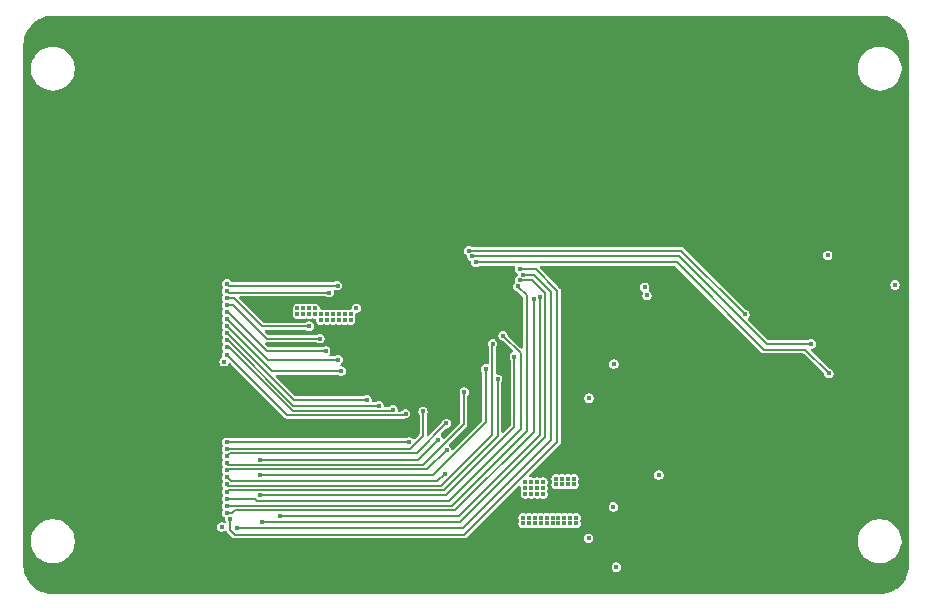
<source format=gbr>
%TF.GenerationSoftware,KiCad,Pcbnew,9.0.7*%
%TF.CreationDate,2026-02-19T01:58:27-08:00*%
%TF.ProjectId,matrix-driver,6d617472-6978-42d6-9472-697665722e6b,rev?*%
%TF.SameCoordinates,Original*%
%TF.FileFunction,Copper,L2,Inr*%
%TF.FilePolarity,Positive*%
%FSLAX46Y46*%
G04 Gerber Fmt 4.6, Leading zero omitted, Abs format (unit mm)*
G04 Created by KiCad (PCBNEW 9.0.7) date 2026-02-19 01:58:27*
%MOMM*%
%LPD*%
G01*
G04 APERTURE LIST*
%TA.AperFunction,ViaPad*%
%ADD10C,0.400000*%
%TD*%
%TA.AperFunction,Conductor*%
%ADD11C,0.200000*%
%TD*%
G04 APERTURE END LIST*
D10*
%TO.N,GND*%
X153500000Y-138100000D03*
X151200000Y-119700000D03*
X151200000Y-119200000D03*
X146800000Y-114900000D03*
X150751005Y-129266734D03*
X151300000Y-129300000D03*
X124300000Y-124800000D03*
X124300000Y-124300000D03*
%TO.N,/2V8_EN*%
X147700000Y-140200000D03*
X171300000Y-116300000D03*
%TO.N,/3V8_EN*%
X165600000Y-113800000D03*
%TO.N,GND*%
X164900000Y-125200000D03*
X165900000Y-125200000D03*
X165400000Y-125200000D03*
X166400000Y-125200000D03*
X167400000Y-125200000D03*
X170400000Y-127400000D03*
X170900000Y-127400000D03*
X169400000Y-125200000D03*
X166900000Y-125200000D03*
X168900000Y-125200000D03*
X168400000Y-125200000D03*
X169900000Y-125200000D03*
X167900000Y-127400000D03*
X168400000Y-127400000D03*
X168900000Y-127400000D03*
X165900000Y-127400000D03*
X169400000Y-127400000D03*
X166400000Y-127400000D03*
X169900000Y-127400000D03*
X167400000Y-127400000D03*
X166900000Y-127400000D03*
X170900000Y-125200000D03*
X170400000Y-125200000D03*
X167900000Y-125200000D03*
X164700000Y-127700000D03*
X165200000Y-127700000D03*
X162200000Y-127700000D03*
X162700000Y-127700000D03*
X159700000Y-127700000D03*
X163200000Y-127700000D03*
X160200000Y-127700000D03*
X163700000Y-127700000D03*
X160700000Y-127700000D03*
X164200000Y-127700000D03*
X161700000Y-127700000D03*
X161200000Y-127700000D03*
X159200000Y-127700000D03*
X164700000Y-129900000D03*
X165200000Y-129900000D03*
X164200000Y-129900000D03*
X162200000Y-129900000D03*
X162700000Y-129900000D03*
X163200000Y-129900000D03*
X163700000Y-129900000D03*
X161700000Y-129900000D03*
X161200000Y-129900000D03*
X160700000Y-129900000D03*
X160200000Y-129900000D03*
X159700000Y-129900000D03*
X159200000Y-129900000D03*
X154100000Y-137200000D03*
X154600000Y-137200000D03*
X153100000Y-137200000D03*
X153600000Y-137200000D03*
X152100000Y-137200000D03*
X152600000Y-137200000D03*
X151600000Y-137200000D03*
X152900000Y-125300000D03*
X153400000Y-125300000D03*
X153900000Y-125300000D03*
X154400000Y-125300000D03*
X152400000Y-125300000D03*
X151900000Y-125300000D03*
X151400000Y-125300000D03*
X150900000Y-125300000D03*
X150500000Y-124500000D03*
X150400000Y-136500000D03*
X149900000Y-136500000D03*
X149400000Y-136500000D03*
X148900000Y-136500000D03*
X148400000Y-136500000D03*
X145900000Y-137000000D03*
X145900000Y-136500000D03*
X145900000Y-136000000D03*
X146400000Y-136000000D03*
X146400000Y-137000000D03*
X146400000Y-136500000D03*
X146900000Y-136500000D03*
X147400000Y-136500000D03*
X147900000Y-136500000D03*
X148800000Y-138300000D03*
%TO.N,/3V8_EN*%
X151300000Y-132400000D03*
%TO.N,GND*%
X112700000Y-123400000D03*
X112700000Y-137400000D03*
%TO.N,+3V3*%
X114300000Y-136800000D03*
X114500000Y-122811000D03*
X150300000Y-117200000D03*
X150100000Y-116500000D03*
%TO.N,+2V8*%
X144300000Y-136000000D03*
X144300000Y-136500000D03*
X139800000Y-136000000D03*
X139800000Y-136500000D03*
X143800000Y-136500000D03*
X142300000Y-136500000D03*
X142800000Y-136500000D03*
X143300000Y-136500000D03*
X142300000Y-136000000D03*
X143300000Y-136000000D03*
X142800000Y-136000000D03*
X143800000Y-136000000D03*
X141800000Y-136500000D03*
X140300000Y-136500000D03*
X140800000Y-136500000D03*
X141300000Y-136500000D03*
X140300000Y-136000000D03*
X141300000Y-136000000D03*
X140800000Y-136000000D03*
X141800000Y-136000000D03*
X123200000Y-118800000D03*
X123700000Y-119300000D03*
X122700000Y-119300000D03*
X123200000Y-119300000D03*
X122700000Y-118800000D03*
X124200000Y-118800000D03*
X123700000Y-118800000D03*
X124200000Y-119300000D03*
%TO.N,+3V3*%
X125700000Y-118260000D03*
%TO.N,GND*%
X127400000Y-118200000D03*
%TO.N,+2V8*%
X120700000Y-118300000D03*
X120700000Y-118800000D03*
X121200000Y-118800000D03*
X121200000Y-118300000D03*
X121700000Y-118300000D03*
X121700000Y-118800000D03*
X122200000Y-118300000D03*
X122200000Y-118800000D03*
X124700000Y-118800000D03*
X124700000Y-119300000D03*
X125200000Y-118800000D03*
X125200000Y-119300000D03*
X140000000Y-133000000D03*
X140000000Y-134000000D03*
X141500000Y-134000000D03*
X140500000Y-134000000D03*
X141000000Y-134000000D03*
X141000000Y-133500000D03*
X140500000Y-133500000D03*
X141500000Y-133500000D03*
X140000000Y-133500000D03*
X140500000Y-133000000D03*
X141500000Y-133000000D03*
X141000000Y-133000000D03*
X144100000Y-133200000D03*
X143600000Y-133200000D03*
X143100000Y-133200000D03*
X142600000Y-133200000D03*
X142600000Y-132700000D03*
X143100000Y-132700000D03*
X143600000Y-132700000D03*
X144100000Y-132700000D03*
%TO.N,/R15*%
X139516954Y-114980000D03*
%TO.N,/SOUT*%
X135800000Y-114400000D03*
X165700000Y-123800000D03*
%TO.N,/SIN*%
X164200000Y-121300000D03*
X135500000Y-113900000D03*
%TO.N,/SCLK*%
X158600000Y-118800000D03*
X135200000Y-113410000D03*
%TO.N,GND*%
X151237500Y-115000000D03*
%TO.N,Net-(U3-SW)*%
X147450000Y-135100000D03*
X145350000Y-137750000D03*
%TO.N,GND*%
X145890200Y-125000000D03*
X145890200Y-124500000D03*
X145890200Y-124000000D03*
X146390200Y-125000000D03*
X146390200Y-124500000D03*
X146390200Y-124000000D03*
X149990200Y-124500000D03*
X149490200Y-124500000D03*
X148990200Y-124500000D03*
X148490200Y-124500000D03*
X147990200Y-124500000D03*
X147490200Y-124500000D03*
X146990200Y-124500000D03*
%TO.N,Net-(U1-SW)*%
X147490200Y-123000000D03*
X145390200Y-125900000D03*
%TO.N,GND*%
X129200000Y-116700000D03*
X131900000Y-122100000D03*
X129200000Y-121200000D03*
X131000000Y-121200000D03*
X133700000Y-118500000D03*
X132800000Y-120300000D03*
X132800000Y-117600000D03*
X130100000Y-116700000D03*
X132800000Y-121200000D03*
X131000000Y-117600000D03*
X133700000Y-122100000D03*
X133700000Y-117600000D03*
X128300000Y-117600000D03*
X131900000Y-116700000D03*
X128300000Y-116700000D03*
X128300000Y-120300000D03*
X129200000Y-120300000D03*
X132800000Y-118500000D03*
X131900000Y-117600000D03*
X131000000Y-120300000D03*
X132800000Y-116700000D03*
X133700000Y-119400000D03*
X131900000Y-118500000D03*
X133700000Y-116700000D03*
X129200000Y-119400000D03*
X128300000Y-119400000D03*
X130100000Y-121200000D03*
X130100000Y-119400000D03*
X129200000Y-117600000D03*
X130100000Y-118500000D03*
X133700000Y-120300000D03*
X129200000Y-118500000D03*
X131900000Y-119400000D03*
X131900000Y-121200000D03*
X128300000Y-121200000D03*
X132800000Y-122100000D03*
X133700000Y-121200000D03*
X131000000Y-118500000D03*
X130100000Y-117600000D03*
X132800000Y-119400000D03*
X131000000Y-122100000D03*
X128300000Y-118500000D03*
X129200000Y-122100000D03*
X130100000Y-120300000D03*
X131000000Y-119400000D03*
X131900000Y-120300000D03*
X128300000Y-122100000D03*
X131000000Y-116700000D03*
X130100000Y-122100000D03*
%TO.N,/G1*%
X114708200Y-116800000D03*
X123398754Y-116961246D03*
%TO.N,/R2*%
X114708200Y-117400000D03*
X121700000Y-119800000D03*
%TO.N,/G5*%
X126600000Y-126040000D03*
X114708200Y-120400000D03*
%TO.N,/G3*%
X123100000Y-121900000D03*
X114708200Y-118600000D03*
%TO.N,/B0*%
X124100000Y-116360000D03*
X114708200Y-116200000D03*
%TO.N,/R4*%
X114708200Y-119200000D03*
X124169464Y-122630536D03*
%TO.N,/G7*%
X114708200Y-122200000D03*
X129854730Y-127194730D03*
%TO.N,/B6*%
X114708200Y-121600000D03*
X128785230Y-126864230D03*
%TO.N,/B2*%
X122600000Y-120860000D03*
X114708200Y-118000000D03*
%TO.N,/B4*%
X124400000Y-123600000D03*
X114708200Y-119800000D03*
%TO.N,/R6*%
X127600000Y-126518000D03*
X114708200Y-121000000D03*
%TO.N,/B10*%
X114700000Y-132000000D03*
X133326516Y-130273484D03*
%TO.N,/R10*%
X114700000Y-131400000D03*
X134825270Y-125374730D03*
%TO.N,/G13*%
X114700000Y-134400000D03*
X138100000Y-120600000D03*
%TO.N,/B12*%
X114700000Y-133800000D03*
X137660000Y-124300000D03*
%TO.N,/G14*%
X141219949Y-117292020D03*
X119200000Y-135860000D03*
%TO.N,/R14*%
X114700000Y-135000000D03*
X139350000Y-116440000D03*
%TO.N,/R15*%
X115000000Y-136100000D03*
%TO.N,/G15*%
X115600000Y-136900000D03*
X139838980Y-115440000D03*
%TO.N,/R12*%
X137225270Y-121274730D03*
X114700000Y-133200000D03*
%TO.N,/G11*%
X133200270Y-132300270D03*
X114700000Y-132600000D03*
%TO.N,/R13*%
X117500000Y-134121000D03*
X139060000Y-122400000D03*
%TO.N,/B8*%
X114700000Y-130200000D03*
X131340002Y-127009835D03*
%TO.N,/G9*%
X133318000Y-128030047D03*
X114700000Y-130800000D03*
%TO.N,/R8*%
X114700000Y-129600000D03*
X130150540Y-129600000D03*
%TO.N,/B9*%
X117500000Y-131100000D03*
X132600000Y-129400000D03*
%TO.N,/B14*%
X140700000Y-117500000D03*
X114700000Y-135600000D03*
%TO.N,/B15*%
X117700000Y-136400000D03*
X139511081Y-115900000D03*
%TO.N,/R11*%
X136660000Y-123400000D03*
X117500000Y-132400000D03*
%TO.N,GND*%
X151100000Y-137200000D03*
%TD*%
D11*
%TO.N,/G14*%
X141200000Y-117311969D02*
X141219949Y-117292020D01*
X134340000Y-135860000D02*
X141200000Y-129000000D01*
X141200000Y-129000000D02*
X141200000Y-117311969D01*
X119200000Y-135860000D02*
X134340000Y-135860000D01*
%TO.N,/R4*%
X124160000Y-122640000D02*
X118200153Y-122640000D01*
X124169464Y-122630536D02*
X124160000Y-122640000D01*
X118200153Y-122640000D02*
X114760153Y-119200000D01*
X114760153Y-119200000D02*
X114708200Y-119200000D01*
%TO.N,/G3*%
X114800000Y-118600000D02*
X114708200Y-118600000D01*
X118100000Y-121900000D02*
X114800000Y-118600000D01*
X123100000Y-121900000D02*
X118100000Y-121900000D01*
%TO.N,/B2*%
X118098153Y-120860000D02*
X115238153Y-118000000D01*
X115238153Y-118000000D02*
X114708200Y-118000000D01*
X122600000Y-120860000D02*
X118098153Y-120860000D01*
%TO.N,/R2*%
X115300000Y-117400000D02*
X114708200Y-117400000D01*
X117700000Y-119800000D02*
X115300000Y-117400000D01*
X121700000Y-119800000D02*
X117700000Y-119800000D01*
%TO.N,/SOUT*%
X163700000Y-121800000D02*
X165700000Y-123800000D01*
X152800000Y-114400000D02*
X160200000Y-121800000D01*
X135800000Y-114400000D02*
X152800000Y-114400000D01*
X160200000Y-121800000D02*
X163700000Y-121800000D01*
%TO.N,/G15*%
X134700000Y-136900000D02*
X115600000Y-136900000D01*
X142200000Y-116900000D02*
X142200000Y-129400000D01*
X139838980Y-115440000D02*
X140740000Y-115440000D01*
X140740000Y-115440000D02*
X142200000Y-116900000D01*
X142200000Y-129400000D02*
X134700000Y-136900000D01*
%TO.N,/B15*%
X134500000Y-136400000D02*
X117700000Y-136400000D01*
X141700000Y-129200000D02*
X134500000Y-136400000D01*
X141700000Y-117000000D02*
X141700000Y-129200000D01*
X139511081Y-115900000D02*
X140600000Y-115900000D01*
X140600000Y-115900000D02*
X141700000Y-117000000D01*
%TO.N,/R14*%
X140100000Y-128700000D02*
X133800000Y-135000000D01*
X140100000Y-117200000D02*
X140100000Y-128700000D01*
X139350000Y-116440000D02*
X139350000Y-116450000D01*
X139350000Y-116450000D02*
X140100000Y-117200000D01*
X133800000Y-135000000D02*
X114700000Y-135000000D01*
%TO.N,/B14*%
X115200000Y-135600000D02*
X114700000Y-135600000D01*
X115400000Y-135400000D02*
X115200000Y-135600000D01*
X134077633Y-135400000D02*
X115400000Y-135400000D01*
X140700000Y-117500000D02*
X140700000Y-128777633D01*
X140700000Y-128777633D02*
X134077633Y-135400000D01*
%TO.N,/SIN*%
X160448047Y-121300000D02*
X153048047Y-113900000D01*
X164200000Y-121300000D02*
X160448047Y-121300000D01*
X153048047Y-113900000D02*
X135500000Y-113900000D01*
%TO.N,/SCLK*%
X153210000Y-113410000D02*
X135200000Y-113410000D01*
X158600000Y-118800000D02*
X153210000Y-113410000D01*
%TO.N,/G1*%
X123398754Y-116961246D02*
X114869446Y-116961246D01*
X114869446Y-116961246D02*
X114708200Y-116800000D01*
%TO.N,/G5*%
X114760153Y-120400000D02*
X120400153Y-126040000D01*
X114708200Y-120400000D02*
X114760153Y-120400000D01*
X120400153Y-126040000D02*
X126600000Y-126040000D01*
%TO.N,/B0*%
X114868200Y-116360000D02*
X114708200Y-116200000D01*
X124100000Y-116360000D02*
X114868200Y-116360000D01*
%TO.N,/G7*%
X119848200Y-127340000D02*
X114708200Y-122200000D01*
X129709460Y-127340000D02*
X119848200Y-127340000D01*
X129854730Y-127194730D02*
X129709460Y-127340000D01*
%TO.N,/B6*%
X114939089Y-121600000D02*
X120318089Y-126979000D01*
X128670460Y-126979000D02*
X128785230Y-126864230D01*
X120318089Y-126979000D02*
X128670460Y-126979000D01*
X114708200Y-121600000D02*
X114939089Y-121600000D01*
%TO.N,/B4*%
X118560153Y-123600000D02*
X114760153Y-119800000D01*
X114760153Y-119800000D02*
X114708200Y-119800000D01*
X124400000Y-123600000D02*
X118560153Y-123600000D01*
%TO.N,/R6*%
X127600000Y-126518000D02*
X120367621Y-126518000D01*
X120367621Y-126518000D02*
X114849621Y-121000000D01*
X114849621Y-121000000D02*
X114708200Y-121000000D01*
%TO.N,/B10*%
X133326516Y-130273484D02*
X131678000Y-131922000D01*
X131678000Y-131922000D02*
X114778000Y-131922000D01*
X114778000Y-131922000D02*
X114700000Y-132000000D01*
%TO.N,/R10*%
X134800000Y-128110531D02*
X131349531Y-131561000D01*
X134800000Y-125400000D02*
X134800000Y-128110531D01*
X114861000Y-131561000D02*
X114700000Y-131400000D01*
X131349531Y-131561000D02*
X114861000Y-131561000D01*
X134825270Y-125374730D02*
X134800000Y-125400000D01*
%TO.N,/G13*%
X133518000Y-134582000D02*
X117309047Y-134582000D01*
X139600000Y-128500000D02*
X133518000Y-134582000D01*
X117127047Y-134400000D02*
X114700000Y-134400000D01*
X138100000Y-120600000D02*
X139600000Y-122100000D01*
X139600000Y-122100000D02*
X139600000Y-128500000D01*
X117309047Y-134582000D02*
X117127047Y-134400000D01*
%TO.N,/B12*%
X114839000Y-133661000D02*
X114700000Y-133800000D01*
X133139000Y-133661000D02*
X114839000Y-133661000D01*
X137660000Y-124300000D02*
X137660000Y-129140000D01*
X137660000Y-129140000D02*
X133139000Y-133661000D01*
%TO.N,/R12*%
X132900000Y-133300000D02*
X114800000Y-133300000D01*
X137200000Y-121300000D02*
X137200000Y-129000000D01*
X137200000Y-129000000D02*
X132900000Y-133300000D01*
X137225270Y-121274730D02*
X137200000Y-121300000D01*
X114800000Y-133300000D02*
X114700000Y-133200000D01*
%TO.N,/G11*%
X114751953Y-132600000D02*
X114700000Y-132600000D01*
X132561540Y-132939000D02*
X115090953Y-132939000D01*
X133200270Y-132300270D02*
X132561540Y-132939000D01*
X115090953Y-132939000D02*
X114751953Y-132600000D01*
%TO.N,/R13*%
X133279000Y-134121000D02*
X117500000Y-134121000D01*
X139060000Y-128340000D02*
X133279000Y-134121000D01*
X139060000Y-122400000D02*
X139060000Y-128340000D01*
%TO.N,/B8*%
X131340002Y-127009835D02*
X131340002Y-129062491D01*
X130202493Y-130200000D02*
X114700000Y-130200000D01*
X131340002Y-129062491D02*
X130202493Y-130200000D01*
%TO.N,/G9*%
X114751953Y-130800000D02*
X114700000Y-130800000D01*
X133318000Y-128030047D02*
X130787047Y-130561000D01*
X130787047Y-130561000D02*
X114990953Y-130561000D01*
X114990953Y-130561000D02*
X114751953Y-130800000D01*
%TO.N,/R8*%
X130150540Y-129600000D02*
X114700000Y-129600000D01*
%TO.N,/B9*%
X130900000Y-131100000D02*
X117500000Y-131100000D01*
X132600000Y-129400000D02*
X130900000Y-131100000D01*
%TO.N,/R11*%
X136660000Y-127918000D02*
X132178000Y-132400000D01*
X136660000Y-123400000D02*
X136660000Y-127918000D01*
X132178000Y-132400000D02*
X117500000Y-132400000D01*
%TO.N,/R15*%
X115000000Y-137051953D02*
X115000000Y-136100000D01*
X134839000Y-137461000D02*
X115409047Y-137461000D01*
X142700000Y-129600000D02*
X134839000Y-137461000D01*
X140880000Y-114980000D02*
X142700000Y-116800000D01*
X115409047Y-137461000D02*
X115000000Y-137051953D01*
X139516954Y-114980000D02*
X140880000Y-114980000D01*
X142700000Y-116800000D02*
X142700000Y-129600000D01*
%TD*%
%TA.AperFunction,Conductor*%
%TO.N,GND*%
G36*
X169909445Y-93500500D02*
G01*
X169934108Y-93500500D01*
X169996249Y-93500500D01*
X170003736Y-93500726D01*
X170293796Y-93518271D01*
X170308657Y-93520075D01*
X170590798Y-93571780D01*
X170605335Y-93575363D01*
X170879172Y-93660695D01*
X170893163Y-93666000D01*
X171154743Y-93783727D01*
X171167989Y-93790680D01*
X171413465Y-93939075D01*
X171425776Y-93947573D01*
X171651573Y-94124473D01*
X171662781Y-94134403D01*
X171865596Y-94337218D01*
X171875525Y-94348425D01*
X171995481Y-94501538D01*
X172052422Y-94574217D01*
X172060928Y-94586540D01*
X172209316Y-94832004D01*
X172216275Y-94845263D01*
X172333997Y-95106831D01*
X172339306Y-95120832D01*
X172424635Y-95394663D01*
X172428219Y-95409201D01*
X172479923Y-95691340D01*
X172481728Y-95706205D01*
X172499274Y-95996262D01*
X172499500Y-96003749D01*
X172499501Y-139934108D01*
X172499501Y-139996249D01*
X172499275Y-140003736D01*
X172481729Y-140293794D01*
X172479924Y-140308659D01*
X172428220Y-140590798D01*
X172424636Y-140605336D01*
X172339307Y-140879167D01*
X172333998Y-140893168D01*
X172216276Y-141154736D01*
X172209317Y-141167995D01*
X172060929Y-141413459D01*
X172052423Y-141425782D01*
X171875527Y-141651573D01*
X171865597Y-141662781D01*
X171662782Y-141865596D01*
X171651574Y-141875526D01*
X171425783Y-142052423D01*
X171413460Y-142060929D01*
X171167996Y-142209317D01*
X171154737Y-142216276D01*
X170893169Y-142333998D01*
X170879168Y-142339307D01*
X170605336Y-142424636D01*
X170590798Y-142428220D01*
X170308660Y-142479924D01*
X170293795Y-142481729D01*
X170003754Y-142499274D01*
X169996267Y-142499500D01*
X100003750Y-142499500D01*
X99996263Y-142499274D01*
X99706204Y-142481728D01*
X99691339Y-142479923D01*
X99409201Y-142428219D01*
X99394663Y-142424635D01*
X99120824Y-142339304D01*
X99106826Y-142333995D01*
X98954095Y-142265256D01*
X98845268Y-142216277D01*
X98832010Y-142209319D01*
X98643965Y-142095642D01*
X98586537Y-142060926D01*
X98574220Y-142052424D01*
X98348426Y-141875525D01*
X98337218Y-141865595D01*
X98134403Y-141662781D01*
X98124473Y-141651573D01*
X97947573Y-141425776D01*
X97939071Y-141413458D01*
X97790680Y-141167987D01*
X97783722Y-141154730D01*
X97666000Y-140893163D01*
X97660698Y-140879182D01*
X97575363Y-140605334D01*
X97571780Y-140590797D01*
X97520075Y-140308657D01*
X97518271Y-140293794D01*
X97509408Y-140147273D01*
X147299500Y-140147273D01*
X147299500Y-140252727D01*
X147326793Y-140354587D01*
X147379520Y-140445913D01*
X147454087Y-140520480D01*
X147545413Y-140573207D01*
X147647273Y-140600500D01*
X147647275Y-140600500D01*
X147752725Y-140600500D01*
X147752727Y-140600500D01*
X147854587Y-140573207D01*
X147945913Y-140520480D01*
X148020480Y-140445913D01*
X148073207Y-140354587D01*
X148100500Y-140252727D01*
X148100500Y-140147273D01*
X148073207Y-140045413D01*
X148020480Y-139954087D01*
X147945913Y-139879520D01*
X147854587Y-139826793D01*
X147752727Y-139799500D01*
X147647273Y-139799500D01*
X147545413Y-139826793D01*
X147545410Y-139826794D01*
X147454085Y-139879521D01*
X147379521Y-139954085D01*
X147326794Y-140045410D01*
X147326793Y-140045413D01*
X147299500Y-140147273D01*
X97509408Y-140147273D01*
X97509369Y-140146633D01*
X97500723Y-140003718D01*
X97500499Y-139996298D01*
X97500499Y-137878711D01*
X98149500Y-137878711D01*
X98149500Y-138121288D01*
X98181161Y-138361785D01*
X98243947Y-138596104D01*
X98336773Y-138820205D01*
X98336776Y-138820212D01*
X98458064Y-139030289D01*
X98458066Y-139030292D01*
X98458067Y-139030293D01*
X98605733Y-139222736D01*
X98605739Y-139222743D01*
X98777256Y-139394260D01*
X98777262Y-139394265D01*
X98969711Y-139541936D01*
X99179788Y-139663224D01*
X99403900Y-139756054D01*
X99638211Y-139818838D01*
X99818586Y-139842584D01*
X99878711Y-139850500D01*
X99878712Y-139850500D01*
X100121289Y-139850500D01*
X100169388Y-139844167D01*
X100361789Y-139818838D01*
X100596100Y-139756054D01*
X100820212Y-139663224D01*
X101030289Y-139541936D01*
X101222738Y-139394265D01*
X101394265Y-139222738D01*
X101541936Y-139030289D01*
X101663224Y-138820212D01*
X101756054Y-138596100D01*
X101818838Y-138361789D01*
X101850500Y-138121288D01*
X101850500Y-137878712D01*
X101845740Y-137842559D01*
X101827165Y-137701464D01*
X101818838Y-137638211D01*
X101756054Y-137403900D01*
X101663224Y-137179788D01*
X101541936Y-136969711D01*
X101394265Y-136777262D01*
X101394260Y-136777256D01*
X101364277Y-136747273D01*
X113899500Y-136747273D01*
X113899500Y-136852727D01*
X113926793Y-136954587D01*
X113979520Y-137045913D01*
X114054087Y-137120480D01*
X114145413Y-137173207D01*
X114247273Y-137200500D01*
X114247275Y-137200500D01*
X114352725Y-137200500D01*
X114352727Y-137200500D01*
X114454587Y-137173207D01*
X114545913Y-137120480D01*
X114545917Y-137120475D01*
X114548522Y-137118972D01*
X114557321Y-137116837D01*
X114564436Y-137111242D01*
X114590736Y-137108730D01*
X114616422Y-137102499D01*
X114624978Y-137105460D01*
X114633989Y-137104600D01*
X114657475Y-137116707D01*
X114682449Y-137125351D01*
X114689687Y-137133313D01*
X114696092Y-137136615D01*
X114717910Y-137164358D01*
X114719978Y-137167941D01*
X114719979Y-137167942D01*
X114750312Y-137220480D01*
X114750313Y-137220481D01*
X114759542Y-137236467D01*
X114759543Y-137236468D01*
X115027161Y-137504085D01*
X115168587Y-137645511D01*
X115224536Y-137701460D01*
X115224538Y-137701461D01*
X115224542Y-137701464D01*
X115293051Y-137741017D01*
X115293058Y-137741021D01*
X115369485Y-137761500D01*
X115369487Y-137761500D01*
X134878560Y-137761500D01*
X134878562Y-137761500D01*
X134954989Y-137741021D01*
X135023511Y-137701460D01*
X135027698Y-137697273D01*
X144949500Y-137697273D01*
X144949500Y-137802727D01*
X144976793Y-137904587D01*
X145029520Y-137995913D01*
X145104087Y-138070480D01*
X145195413Y-138123207D01*
X145297273Y-138150500D01*
X145297275Y-138150500D01*
X145402725Y-138150500D01*
X145402727Y-138150500D01*
X145504587Y-138123207D01*
X145595913Y-138070480D01*
X145670480Y-137995913D01*
X145723207Y-137904587D01*
X145730140Y-137878711D01*
X168149500Y-137878711D01*
X168149500Y-138121288D01*
X168181161Y-138361785D01*
X168243947Y-138596104D01*
X168336773Y-138820205D01*
X168336776Y-138820212D01*
X168458064Y-139030289D01*
X168458066Y-139030292D01*
X168458067Y-139030293D01*
X168605733Y-139222736D01*
X168605739Y-139222743D01*
X168777256Y-139394260D01*
X168777262Y-139394265D01*
X168969711Y-139541936D01*
X169179788Y-139663224D01*
X169403900Y-139756054D01*
X169638211Y-139818838D01*
X169818586Y-139842584D01*
X169878711Y-139850500D01*
X169878712Y-139850500D01*
X170121289Y-139850500D01*
X170169388Y-139844167D01*
X170361789Y-139818838D01*
X170596100Y-139756054D01*
X170820212Y-139663224D01*
X171030289Y-139541936D01*
X171222738Y-139394265D01*
X171394265Y-139222738D01*
X171541936Y-139030289D01*
X171663224Y-138820212D01*
X171756054Y-138596100D01*
X171818838Y-138361789D01*
X171850500Y-138121288D01*
X171850500Y-137878712D01*
X171845740Y-137842559D01*
X171827165Y-137701464D01*
X171818838Y-137638211D01*
X171756054Y-137403900D01*
X171663224Y-137179788D01*
X171541936Y-136969711D01*
X171467885Y-136873206D01*
X171394266Y-136777263D01*
X171394260Y-136777256D01*
X171222743Y-136605739D01*
X171222736Y-136605733D01*
X171030293Y-136458067D01*
X171030292Y-136458066D01*
X171030289Y-136458064D01*
X170835167Y-136345410D01*
X170820214Y-136336777D01*
X170820205Y-136336773D01*
X170596104Y-136243947D01*
X170478944Y-136212554D01*
X170361789Y-136181162D01*
X170361788Y-136181161D01*
X170361785Y-136181161D01*
X170121289Y-136149500D01*
X170121288Y-136149500D01*
X169878712Y-136149500D01*
X169878711Y-136149500D01*
X169638214Y-136181161D01*
X169403895Y-136243947D01*
X169179794Y-136336773D01*
X169179785Y-136336777D01*
X169017204Y-136430644D01*
X168978952Y-136452729D01*
X168969706Y-136458067D01*
X168777263Y-136605733D01*
X168777256Y-136605739D01*
X168605739Y-136777256D01*
X168605733Y-136777263D01*
X168458067Y-136969706D01*
X168336777Y-137179785D01*
X168336773Y-137179794D01*
X168243947Y-137403895D01*
X168181161Y-137638214D01*
X168149500Y-137878711D01*
X145730140Y-137878711D01*
X145750500Y-137802727D01*
X145750500Y-137697273D01*
X145723207Y-137595413D01*
X145670480Y-137504087D01*
X145595913Y-137429520D01*
X145504587Y-137376793D01*
X145402727Y-137349500D01*
X145297273Y-137349500D01*
X145195413Y-137376793D01*
X145195410Y-137376794D01*
X145104085Y-137429521D01*
X145029521Y-137504085D01*
X144976794Y-137595410D01*
X144976793Y-137595413D01*
X144949500Y-137697273D01*
X135027698Y-137697273D01*
X135079460Y-137645511D01*
X136777697Y-135947273D01*
X139399500Y-135947273D01*
X139399500Y-136052727D01*
X139426659Y-136154085D01*
X139426793Y-136154586D01*
X139426794Y-136154589D01*
X139446084Y-136188000D01*
X139462557Y-136255900D01*
X139446084Y-136312000D01*
X139426794Y-136345410D01*
X139426793Y-136345413D01*
X139399500Y-136447273D01*
X139399500Y-136552727D01*
X139426793Y-136654587D01*
X139479520Y-136745913D01*
X139554087Y-136820480D01*
X139645413Y-136873207D01*
X139747273Y-136900500D01*
X139747275Y-136900500D01*
X139852725Y-136900500D01*
X139852727Y-136900500D01*
X139954587Y-136873207D01*
X139988001Y-136853915D01*
X140055898Y-136837442D01*
X140111997Y-136853914D01*
X140145413Y-136873207D01*
X140247273Y-136900500D01*
X140247275Y-136900500D01*
X140352725Y-136900500D01*
X140352727Y-136900500D01*
X140454587Y-136873207D01*
X140488001Y-136853915D01*
X140555898Y-136837442D01*
X140611997Y-136853914D01*
X140645413Y-136873207D01*
X140747273Y-136900500D01*
X140747275Y-136900500D01*
X140852725Y-136900500D01*
X140852727Y-136900500D01*
X140954587Y-136873207D01*
X140988001Y-136853915D01*
X141055898Y-136837442D01*
X141111997Y-136853914D01*
X141145413Y-136873207D01*
X141247273Y-136900500D01*
X141247275Y-136900500D01*
X141352725Y-136900500D01*
X141352727Y-136900500D01*
X141454587Y-136873207D01*
X141488001Y-136853915D01*
X141555898Y-136837442D01*
X141611997Y-136853914D01*
X141645413Y-136873207D01*
X141747273Y-136900500D01*
X141747275Y-136900500D01*
X141852725Y-136900500D01*
X141852727Y-136900500D01*
X141954587Y-136873207D01*
X141988001Y-136853915D01*
X142055898Y-136837442D01*
X142111997Y-136853914D01*
X142145413Y-136873207D01*
X142247273Y-136900500D01*
X142247275Y-136900500D01*
X142352725Y-136900500D01*
X142352727Y-136900500D01*
X142454587Y-136873207D01*
X142488001Y-136853915D01*
X142555898Y-136837442D01*
X142611997Y-136853914D01*
X142645413Y-136873207D01*
X142747273Y-136900500D01*
X142747275Y-136900500D01*
X142852725Y-136900500D01*
X142852727Y-136900500D01*
X142954587Y-136873207D01*
X142988001Y-136853915D01*
X143055898Y-136837442D01*
X143111997Y-136853914D01*
X143145413Y-136873207D01*
X143247273Y-136900500D01*
X143247275Y-136900500D01*
X143352725Y-136900500D01*
X143352727Y-136900500D01*
X143454587Y-136873207D01*
X143488001Y-136853915D01*
X143555898Y-136837442D01*
X143611997Y-136853914D01*
X143645413Y-136873207D01*
X143747273Y-136900500D01*
X143747275Y-136900500D01*
X143852725Y-136900500D01*
X143852727Y-136900500D01*
X143954587Y-136873207D01*
X143988001Y-136853915D01*
X144055898Y-136837442D01*
X144111997Y-136853914D01*
X144145413Y-136873207D01*
X144247273Y-136900500D01*
X144247275Y-136900500D01*
X144352725Y-136900500D01*
X144352727Y-136900500D01*
X144454587Y-136873207D01*
X144545913Y-136820480D01*
X144620480Y-136745913D01*
X144673207Y-136654587D01*
X144700500Y-136552727D01*
X144700500Y-136447273D01*
X144673207Y-136345413D01*
X144653915Y-136311998D01*
X144637442Y-136244102D01*
X144653914Y-136188002D01*
X144673207Y-136154587D01*
X144700500Y-136052727D01*
X144700500Y-135947273D01*
X144673207Y-135845413D01*
X144620480Y-135754087D01*
X144545913Y-135679520D01*
X144454587Y-135626793D01*
X144352727Y-135599500D01*
X144247273Y-135599500D01*
X144145413Y-135626793D01*
X144145410Y-135626794D01*
X144112000Y-135646084D01*
X144044100Y-135662557D01*
X143988000Y-135646084D01*
X143954589Y-135626794D01*
X143954588Y-135626793D01*
X143954587Y-135626793D01*
X143852727Y-135599500D01*
X143747273Y-135599500D01*
X143645413Y-135626793D01*
X143645410Y-135626794D01*
X143612000Y-135646084D01*
X143544100Y-135662557D01*
X143488000Y-135646084D01*
X143454589Y-135626794D01*
X143454588Y-135626793D01*
X143454587Y-135626793D01*
X143352727Y-135599500D01*
X143247273Y-135599500D01*
X143145413Y-135626793D01*
X143145410Y-135626794D01*
X143112000Y-135646084D01*
X143044100Y-135662557D01*
X142988000Y-135646084D01*
X142954589Y-135626794D01*
X142954588Y-135626793D01*
X142954587Y-135626793D01*
X142852727Y-135599500D01*
X142747273Y-135599500D01*
X142645413Y-135626793D01*
X142645410Y-135626794D01*
X142612000Y-135646084D01*
X142544100Y-135662557D01*
X142488000Y-135646084D01*
X142454589Y-135626794D01*
X142454588Y-135626793D01*
X142454587Y-135626793D01*
X142352727Y-135599500D01*
X142247273Y-135599500D01*
X142145413Y-135626793D01*
X142145410Y-135626794D01*
X142112000Y-135646084D01*
X142044100Y-135662557D01*
X141988000Y-135646084D01*
X141954589Y-135626794D01*
X141954588Y-135626793D01*
X141954587Y-135626793D01*
X141852727Y-135599500D01*
X141747273Y-135599500D01*
X141645413Y-135626793D01*
X141645410Y-135626794D01*
X141612000Y-135646084D01*
X141544100Y-135662557D01*
X141488000Y-135646084D01*
X141454589Y-135626794D01*
X141454588Y-135626793D01*
X141454587Y-135626793D01*
X141352727Y-135599500D01*
X141247273Y-135599500D01*
X141145413Y-135626793D01*
X141145410Y-135626794D01*
X141112000Y-135646084D01*
X141044100Y-135662557D01*
X140988000Y-135646084D01*
X140954589Y-135626794D01*
X140954588Y-135626793D01*
X140954587Y-135626793D01*
X140852727Y-135599500D01*
X140747273Y-135599500D01*
X140645413Y-135626793D01*
X140645410Y-135626794D01*
X140612000Y-135646084D01*
X140544100Y-135662557D01*
X140488000Y-135646084D01*
X140454589Y-135626794D01*
X140454588Y-135626793D01*
X140454587Y-135626793D01*
X140352727Y-135599500D01*
X140247273Y-135599500D01*
X140145413Y-135626793D01*
X140145410Y-135626794D01*
X140112000Y-135646084D01*
X140044100Y-135662557D01*
X139988000Y-135646084D01*
X139954589Y-135626794D01*
X139954588Y-135626793D01*
X139954587Y-135626793D01*
X139852727Y-135599500D01*
X139747273Y-135599500D01*
X139645413Y-135626793D01*
X139645410Y-135626794D01*
X139554085Y-135679521D01*
X139479521Y-135754085D01*
X139426794Y-135845410D01*
X139426793Y-135845413D01*
X139399500Y-135947273D01*
X136777697Y-135947273D01*
X137677697Y-135047273D01*
X147049500Y-135047273D01*
X147049500Y-135152727D01*
X147076793Y-135254587D01*
X147129520Y-135345913D01*
X147204087Y-135420480D01*
X147295413Y-135473207D01*
X147397273Y-135500500D01*
X147397275Y-135500500D01*
X147502725Y-135500500D01*
X147502727Y-135500500D01*
X147604587Y-135473207D01*
X147695913Y-135420480D01*
X147770480Y-135345913D01*
X147823207Y-135254587D01*
X147850500Y-135152727D01*
X147850500Y-135047273D01*
X147823207Y-134945413D01*
X147770480Y-134854087D01*
X147695913Y-134779520D01*
X147604587Y-134726793D01*
X147502727Y-134699500D01*
X147397273Y-134699500D01*
X147295413Y-134726793D01*
X147295410Y-134726794D01*
X147204085Y-134779521D01*
X147129521Y-134854085D01*
X147076794Y-134945410D01*
X147076793Y-134945413D01*
X147049500Y-135047273D01*
X137677697Y-135047273D01*
X139390060Y-133334909D01*
X139451381Y-133301426D01*
X139521073Y-133306410D01*
X139577006Y-133348282D01*
X139601423Y-133413746D01*
X139599020Y-133439014D01*
X139600561Y-133439217D01*
X139599500Y-133447271D01*
X139599500Y-133447273D01*
X139599500Y-133552727D01*
X139612301Y-133600499D01*
X139626793Y-133654586D01*
X139626794Y-133654589D01*
X139646084Y-133688000D01*
X139662557Y-133755900D01*
X139646084Y-133812000D01*
X139626794Y-133845410D01*
X139626793Y-133845413D01*
X139599500Y-133947273D01*
X139599500Y-134052727D01*
X139626793Y-134154587D01*
X139679520Y-134245913D01*
X139754087Y-134320480D01*
X139845413Y-134373207D01*
X139947273Y-134400500D01*
X139947275Y-134400500D01*
X140052725Y-134400500D01*
X140052727Y-134400500D01*
X140154587Y-134373207D01*
X140188001Y-134353915D01*
X140255898Y-134337442D01*
X140311997Y-134353914D01*
X140345413Y-134373207D01*
X140447273Y-134400500D01*
X140447275Y-134400500D01*
X140552725Y-134400500D01*
X140552727Y-134400500D01*
X140654587Y-134373207D01*
X140688001Y-134353915D01*
X140755898Y-134337442D01*
X140811997Y-134353914D01*
X140845413Y-134373207D01*
X140947273Y-134400500D01*
X140947275Y-134400500D01*
X141052725Y-134400500D01*
X141052727Y-134400500D01*
X141154587Y-134373207D01*
X141188001Y-134353915D01*
X141255898Y-134337442D01*
X141311997Y-134353914D01*
X141345413Y-134373207D01*
X141447273Y-134400500D01*
X141447275Y-134400500D01*
X141552725Y-134400500D01*
X141552727Y-134400500D01*
X141654587Y-134373207D01*
X141745913Y-134320480D01*
X141820480Y-134245913D01*
X141873207Y-134154587D01*
X141900500Y-134052727D01*
X141900500Y-133947273D01*
X141873207Y-133845413D01*
X141853915Y-133811998D01*
X141837442Y-133744102D01*
X141853914Y-133688002D01*
X141873207Y-133654587D01*
X141900500Y-133552727D01*
X141900500Y-133447273D01*
X141873207Y-133345413D01*
X141853915Y-133311998D01*
X141837442Y-133244102D01*
X141853914Y-133188002D01*
X141873207Y-133154587D01*
X141900500Y-133052727D01*
X141900500Y-132947273D01*
X141873207Y-132845413D01*
X141820480Y-132754087D01*
X141745913Y-132679520D01*
X141690059Y-132647273D01*
X142199500Y-132647273D01*
X142199500Y-132752727D01*
X142212301Y-132800499D01*
X142226793Y-132854586D01*
X142226794Y-132854589D01*
X142246084Y-132888000D01*
X142262557Y-132955900D01*
X142246084Y-133012000D01*
X142226794Y-133045410D01*
X142226793Y-133045413D01*
X142199500Y-133147273D01*
X142199500Y-133252727D01*
X142226793Y-133354587D01*
X142279520Y-133445913D01*
X142354087Y-133520480D01*
X142445413Y-133573207D01*
X142547273Y-133600500D01*
X142547275Y-133600500D01*
X142652725Y-133600500D01*
X142652727Y-133600500D01*
X142754587Y-133573207D01*
X142788001Y-133553915D01*
X142855898Y-133537442D01*
X142911997Y-133553914D01*
X142945413Y-133573207D01*
X143047273Y-133600500D01*
X143047275Y-133600500D01*
X143152725Y-133600500D01*
X143152727Y-133600500D01*
X143254587Y-133573207D01*
X143288001Y-133553915D01*
X143355898Y-133537442D01*
X143411997Y-133553914D01*
X143445413Y-133573207D01*
X143547273Y-133600500D01*
X143547275Y-133600500D01*
X143652725Y-133600500D01*
X143652727Y-133600500D01*
X143754587Y-133573207D01*
X143788001Y-133553915D01*
X143855898Y-133537442D01*
X143911997Y-133553914D01*
X143945413Y-133573207D01*
X144047273Y-133600500D01*
X144047275Y-133600500D01*
X144152725Y-133600500D01*
X144152727Y-133600500D01*
X144254587Y-133573207D01*
X144345913Y-133520480D01*
X144420480Y-133445913D01*
X144473207Y-133354587D01*
X144500500Y-133252727D01*
X144500500Y-133147273D01*
X144473207Y-133045413D01*
X144453915Y-133011998D01*
X144437442Y-132944102D01*
X144453914Y-132888002D01*
X144473207Y-132854587D01*
X144500500Y-132752727D01*
X144500500Y-132647273D01*
X144473207Y-132545413D01*
X144420480Y-132454087D01*
X144345913Y-132379520D01*
X144290059Y-132347273D01*
X150899500Y-132347273D01*
X150899500Y-132452727D01*
X150926793Y-132554587D01*
X150979520Y-132645913D01*
X151054087Y-132720480D01*
X151145413Y-132773207D01*
X151247273Y-132800500D01*
X151247275Y-132800500D01*
X151352725Y-132800500D01*
X151352727Y-132800500D01*
X151454587Y-132773207D01*
X151545913Y-132720480D01*
X151620480Y-132645913D01*
X151673207Y-132554587D01*
X151700500Y-132452727D01*
X151700500Y-132347273D01*
X151673207Y-132245413D01*
X151620480Y-132154087D01*
X151545913Y-132079520D01*
X151454587Y-132026793D01*
X151352727Y-131999500D01*
X151247273Y-131999500D01*
X151145413Y-132026793D01*
X151145410Y-132026794D01*
X151054085Y-132079521D01*
X150979521Y-132154085D01*
X150926794Y-132245410D01*
X150926793Y-132245413D01*
X150899500Y-132347273D01*
X144290059Y-132347273D01*
X144254587Y-132326793D01*
X144152727Y-132299500D01*
X144047273Y-132299500D01*
X143945413Y-132326793D01*
X143945410Y-132326794D01*
X143912000Y-132346084D01*
X143844100Y-132362557D01*
X143788000Y-132346084D01*
X143754589Y-132326794D01*
X143754588Y-132326793D01*
X143754587Y-132326793D01*
X143652727Y-132299500D01*
X143547273Y-132299500D01*
X143445413Y-132326793D01*
X143445410Y-132326794D01*
X143412000Y-132346084D01*
X143344100Y-132362557D01*
X143288000Y-132346084D01*
X143254589Y-132326794D01*
X143254588Y-132326793D01*
X143254587Y-132326793D01*
X143152727Y-132299500D01*
X143047273Y-132299500D01*
X142945413Y-132326793D01*
X142945410Y-132326794D01*
X142912000Y-132346084D01*
X142844100Y-132362557D01*
X142788000Y-132346084D01*
X142754589Y-132326794D01*
X142754588Y-132326793D01*
X142754587Y-132326793D01*
X142652727Y-132299500D01*
X142547273Y-132299500D01*
X142445413Y-132326793D01*
X142445410Y-132326794D01*
X142354085Y-132379521D01*
X142279521Y-132454085D01*
X142226794Y-132545410D01*
X142226793Y-132545413D01*
X142199500Y-132647273D01*
X141690059Y-132647273D01*
X141654587Y-132626793D01*
X141552727Y-132599500D01*
X141447273Y-132599500D01*
X141345413Y-132626793D01*
X141345410Y-132626794D01*
X141312000Y-132646084D01*
X141244100Y-132662557D01*
X141188000Y-132646084D01*
X141154589Y-132626794D01*
X141154588Y-132626793D01*
X141154587Y-132626793D01*
X141052727Y-132599500D01*
X140947273Y-132599500D01*
X140845413Y-132626793D01*
X140845410Y-132626794D01*
X140812000Y-132646084D01*
X140744100Y-132662557D01*
X140688000Y-132646084D01*
X140654589Y-132626794D01*
X140654588Y-132626793D01*
X140654587Y-132626793D01*
X140552727Y-132599500D01*
X140447273Y-132599500D01*
X140447271Y-132599500D01*
X140439217Y-132600561D01*
X140438766Y-132597138D01*
X140384813Y-132595844D01*
X140326958Y-132556669D01*
X140299467Y-132492436D01*
X140311067Y-132423536D01*
X140334912Y-132390058D01*
X141526472Y-131198499D01*
X142940460Y-129784511D01*
X142946986Y-129773207D01*
X142980021Y-129715989D01*
X143000500Y-129639562D01*
X143000500Y-125847273D01*
X144989700Y-125847273D01*
X144989700Y-125952727D01*
X145016993Y-126054587D01*
X145069720Y-126145913D01*
X145144287Y-126220480D01*
X145235613Y-126273207D01*
X145337473Y-126300500D01*
X145337475Y-126300500D01*
X145442925Y-126300500D01*
X145442927Y-126300500D01*
X145544787Y-126273207D01*
X145636113Y-126220480D01*
X145710680Y-126145913D01*
X145763407Y-126054587D01*
X145790700Y-125952727D01*
X145790700Y-125847273D01*
X145763407Y-125745413D01*
X145710680Y-125654087D01*
X145636113Y-125579520D01*
X145569259Y-125540922D01*
X145544789Y-125526794D01*
X145544788Y-125526793D01*
X145544787Y-125526793D01*
X145442927Y-125499500D01*
X145337473Y-125499500D01*
X145235613Y-125526793D01*
X145235610Y-125526794D01*
X145144285Y-125579521D01*
X145069721Y-125654085D01*
X145016994Y-125745410D01*
X145016993Y-125745413D01*
X144989700Y-125847273D01*
X143000500Y-125847273D01*
X143000500Y-122947273D01*
X147089700Y-122947273D01*
X147089700Y-123052727D01*
X147116993Y-123154587D01*
X147169720Y-123245913D01*
X147244287Y-123320480D01*
X147335613Y-123373207D01*
X147437473Y-123400500D01*
X147437475Y-123400500D01*
X147542925Y-123400500D01*
X147542927Y-123400500D01*
X147644787Y-123373207D01*
X147736113Y-123320480D01*
X147810680Y-123245913D01*
X147863407Y-123154587D01*
X147890700Y-123052727D01*
X147890700Y-122947273D01*
X147863407Y-122845413D01*
X147810680Y-122754087D01*
X147736113Y-122679520D01*
X147644787Y-122626793D01*
X147542927Y-122599500D01*
X147437473Y-122599500D01*
X147335613Y-122626793D01*
X147335610Y-122626794D01*
X147244285Y-122679521D01*
X147169721Y-122754085D01*
X147116994Y-122845410D01*
X147116993Y-122845413D01*
X147089700Y-122947273D01*
X143000500Y-122947273D01*
X143000500Y-116760438D01*
X142996972Y-116747273D01*
X142996608Y-116745913D01*
X142980023Y-116684014D01*
X142980022Y-116684013D01*
X142980022Y-116684012D01*
X142940460Y-116615489D01*
X142772244Y-116447273D01*
X149699500Y-116447273D01*
X149699500Y-116552727D01*
X149726793Y-116654587D01*
X149779520Y-116745913D01*
X149854087Y-116820480D01*
X149898629Y-116846196D01*
X149946843Y-116896762D01*
X149960067Y-116965369D01*
X149944016Y-117015580D01*
X149926795Y-117045408D01*
X149926793Y-117045413D01*
X149899500Y-117147273D01*
X149899500Y-117252727D01*
X149926793Y-117354587D01*
X149979520Y-117445913D01*
X150054087Y-117520480D01*
X150145413Y-117573207D01*
X150247273Y-117600500D01*
X150247275Y-117600500D01*
X150352725Y-117600500D01*
X150352727Y-117600500D01*
X150454587Y-117573207D01*
X150545913Y-117520480D01*
X150620480Y-117445913D01*
X150673207Y-117354587D01*
X150700500Y-117252727D01*
X150700500Y-117147273D01*
X150673207Y-117045413D01*
X150620480Y-116954087D01*
X150545913Y-116879520D01*
X150501370Y-116853803D01*
X150453155Y-116803237D01*
X150439933Y-116734630D01*
X150455985Y-116684416D01*
X150456218Y-116684012D01*
X150473207Y-116654587D01*
X150500500Y-116552727D01*
X150500500Y-116447273D01*
X150473207Y-116345413D01*
X150420480Y-116254087D01*
X150345913Y-116179520D01*
X150254587Y-116126793D01*
X150152727Y-116099500D01*
X150047273Y-116099500D01*
X149945413Y-116126793D01*
X149945410Y-116126794D01*
X149854085Y-116179521D01*
X149779521Y-116254085D01*
X149726794Y-116345410D01*
X149726793Y-116345413D01*
X149699500Y-116447273D01*
X142772244Y-116447273D01*
X141237152Y-114912181D01*
X141203667Y-114850858D01*
X141208651Y-114781166D01*
X141250523Y-114725233D01*
X141315987Y-114700816D01*
X141324833Y-114700500D01*
X152624167Y-114700500D01*
X152691206Y-114720185D01*
X152711848Y-114736819D01*
X159959540Y-121984511D01*
X160015489Y-122040460D01*
X160015491Y-122040461D01*
X160015495Y-122040464D01*
X160039961Y-122054589D01*
X160084011Y-122080021D01*
X160160438Y-122100500D01*
X163524167Y-122100500D01*
X163591206Y-122120185D01*
X163611848Y-122136819D01*
X165265663Y-123790634D01*
X165297757Y-123846221D01*
X165326793Y-123954588D01*
X165326794Y-123954589D01*
X165379520Y-124045913D01*
X165454087Y-124120480D01*
X165545413Y-124173207D01*
X165647273Y-124200500D01*
X165647275Y-124200500D01*
X165752725Y-124200500D01*
X165752727Y-124200500D01*
X165854587Y-124173207D01*
X165945913Y-124120480D01*
X166020480Y-124045913D01*
X166073207Y-123954587D01*
X166100500Y-123852727D01*
X166100500Y-123747273D01*
X166073207Y-123645413D01*
X166020480Y-123554087D01*
X165945913Y-123479520D01*
X165854589Y-123426794D01*
X165854588Y-123426793D01*
X165799377Y-123411999D01*
X165752727Y-123399500D01*
X165752726Y-123399500D01*
X165746221Y-123397757D01*
X165690634Y-123365663D01*
X164225363Y-121900392D01*
X164191878Y-121839069D01*
X164196862Y-121769377D01*
X164238734Y-121713444D01*
X164280946Y-121692938D01*
X164354587Y-121673207D01*
X164445913Y-121620480D01*
X164520480Y-121545913D01*
X164573207Y-121454587D01*
X164600500Y-121352727D01*
X164600500Y-121247273D01*
X164573207Y-121145413D01*
X164520480Y-121054087D01*
X164445913Y-120979520D01*
X164354587Y-120926793D01*
X164252727Y-120899500D01*
X164147273Y-120899500D01*
X164045413Y-120926793D01*
X164045410Y-120926794D01*
X163997856Y-120954250D01*
X163954087Y-120979520D01*
X163954086Y-120979520D01*
X163948256Y-120982887D01*
X163886256Y-120999500D01*
X160623880Y-120999500D01*
X160556841Y-120979815D01*
X160536199Y-120963181D01*
X158857386Y-119284368D01*
X158823901Y-119223045D01*
X158828885Y-119153353D01*
X158857382Y-119109010D01*
X158920480Y-119045913D01*
X158973207Y-118954587D01*
X159000500Y-118852727D01*
X159000500Y-118747273D01*
X158973207Y-118645413D01*
X158920480Y-118554087D01*
X158845913Y-118479520D01*
X158754589Y-118426794D01*
X158754588Y-118426793D01*
X158699377Y-118411999D01*
X158652727Y-118399500D01*
X158652726Y-118399500D01*
X158646221Y-118397757D01*
X158590634Y-118365663D01*
X156472244Y-116247273D01*
X170899500Y-116247273D01*
X170899500Y-116352727D01*
X170926793Y-116454587D01*
X170979520Y-116545913D01*
X171054087Y-116620480D01*
X171145413Y-116673207D01*
X171247273Y-116700500D01*
X171247275Y-116700500D01*
X171352725Y-116700500D01*
X171352727Y-116700500D01*
X171454587Y-116673207D01*
X171545913Y-116620480D01*
X171620480Y-116545913D01*
X171673207Y-116454587D01*
X171700500Y-116352727D01*
X171700500Y-116247273D01*
X171673207Y-116145413D01*
X171620480Y-116054087D01*
X171545913Y-115979520D01*
X171454587Y-115926793D01*
X171352727Y-115899500D01*
X171247273Y-115899500D01*
X171145413Y-115926793D01*
X171145410Y-115926794D01*
X171054085Y-115979521D01*
X170979521Y-116054085D01*
X170926794Y-116145410D01*
X170926793Y-116145413D01*
X170899500Y-116247273D01*
X156472244Y-116247273D01*
X153972244Y-113747273D01*
X165199500Y-113747273D01*
X165199500Y-113852727D01*
X165226793Y-113954587D01*
X165279520Y-114045913D01*
X165354087Y-114120480D01*
X165445413Y-114173207D01*
X165547273Y-114200500D01*
X165547275Y-114200500D01*
X165652725Y-114200500D01*
X165652727Y-114200500D01*
X165754587Y-114173207D01*
X165845913Y-114120480D01*
X165920480Y-114045913D01*
X165973207Y-113954587D01*
X166000500Y-113852727D01*
X166000500Y-113747273D01*
X165973207Y-113645413D01*
X165920480Y-113554087D01*
X165845913Y-113479520D01*
X165754587Y-113426793D01*
X165652727Y-113399500D01*
X165547273Y-113399500D01*
X165445413Y-113426793D01*
X165445410Y-113426794D01*
X165354085Y-113479521D01*
X165279521Y-113554085D01*
X165226794Y-113645410D01*
X165226793Y-113645413D01*
X165199500Y-113747273D01*
X153972244Y-113747273D01*
X153394512Y-113169541D01*
X153394507Y-113169537D01*
X153385065Y-113164086D01*
X153385064Y-113164086D01*
X153385062Y-113164085D01*
X153325991Y-113129980D01*
X153325990Y-113129979D01*
X153300513Y-113123152D01*
X153249562Y-113109500D01*
X153249560Y-113109500D01*
X135513744Y-113109500D01*
X135451744Y-113092887D01*
X135445914Y-113089521D01*
X135445913Y-113089520D01*
X135354587Y-113036793D01*
X135252727Y-113009500D01*
X135147273Y-113009500D01*
X135045413Y-113036793D01*
X135045410Y-113036794D01*
X134954085Y-113089521D01*
X134879521Y-113164085D01*
X134826794Y-113255410D01*
X134826793Y-113255413D01*
X134799500Y-113357273D01*
X134799500Y-113462727D01*
X134826793Y-113564587D01*
X134879520Y-113655913D01*
X134954087Y-113730480D01*
X135037500Y-113778638D01*
X135085716Y-113829205D01*
X135099500Y-113886025D01*
X135099500Y-113952727D01*
X135126793Y-114054587D01*
X135179520Y-114145913D01*
X135254087Y-114220480D01*
X135337500Y-114268638D01*
X135385716Y-114319205D01*
X135399500Y-114376025D01*
X135399500Y-114452727D01*
X135426793Y-114554587D01*
X135479520Y-114645913D01*
X135554087Y-114720480D01*
X135645413Y-114773207D01*
X135747273Y-114800500D01*
X135747275Y-114800500D01*
X135852725Y-114800500D01*
X135852727Y-114800500D01*
X135954587Y-114773207D01*
X136045913Y-114720480D01*
X136045914Y-114720478D01*
X136051744Y-114717113D01*
X136113744Y-114700500D01*
X139015618Y-114700500D01*
X139082657Y-114720185D01*
X139128412Y-114772989D01*
X139138356Y-114842147D01*
X139135394Y-114856584D01*
X139116454Y-114927273D01*
X139116454Y-115032727D01*
X139143747Y-115134587D01*
X139196474Y-115225913D01*
X139271041Y-115300480D01*
X139323760Y-115330917D01*
X139371976Y-115381484D01*
X139385198Y-115450091D01*
X139359230Y-115514956D01*
X139323762Y-115545690D01*
X139265166Y-115579521D01*
X139190602Y-115654085D01*
X139137875Y-115745410D01*
X139137874Y-115745413D01*
X139110581Y-115847273D01*
X139110581Y-115952727D01*
X139119709Y-115986793D01*
X139125927Y-116009999D01*
X139124264Y-116079849D01*
X139093834Y-116129773D01*
X139029520Y-116194087D01*
X138976794Y-116285410D01*
X138976793Y-116285413D01*
X138949500Y-116387273D01*
X138949500Y-116492727D01*
X138976793Y-116594587D01*
X139029520Y-116685913D01*
X139104087Y-116760480D01*
X139195413Y-116813207D01*
X139290118Y-116838583D01*
X139345705Y-116870676D01*
X139763181Y-117288152D01*
X139796666Y-117349475D01*
X139799500Y-117375833D01*
X139799500Y-121575167D01*
X139779815Y-121642206D01*
X139727011Y-121687961D01*
X139657853Y-121697905D01*
X139594297Y-121668880D01*
X139587819Y-121662848D01*
X138534336Y-120609365D01*
X138502242Y-120553777D01*
X138500500Y-120547275D01*
X138500500Y-120547273D01*
X138473207Y-120445413D01*
X138420480Y-120354087D01*
X138345913Y-120279520D01*
X138254587Y-120226793D01*
X138152727Y-120199500D01*
X138047273Y-120199500D01*
X137945413Y-120226793D01*
X137945410Y-120226794D01*
X137854085Y-120279521D01*
X137779521Y-120354085D01*
X137726794Y-120445410D01*
X137726793Y-120445413D01*
X137699500Y-120547273D01*
X137699500Y-120652727D01*
X137726793Y-120754587D01*
X137779520Y-120845913D01*
X137854087Y-120920480D01*
X137945413Y-120973207D01*
X138047273Y-121000500D01*
X138047276Y-121000500D01*
X138053777Y-121002242D01*
X138109365Y-121034336D01*
X138915663Y-121840634D01*
X138949148Y-121901957D01*
X138944164Y-121971649D01*
X138902292Y-122027582D01*
X138889989Y-122035697D01*
X138814087Y-122079520D01*
X138814084Y-122079522D01*
X138739521Y-122154085D01*
X138686794Y-122245410D01*
X138686793Y-122245413D01*
X138659500Y-122347273D01*
X138659500Y-122452727D01*
X138686793Y-122554587D01*
X138739520Y-122645913D01*
X138739523Y-122645916D01*
X138742887Y-122651742D01*
X138759500Y-122713743D01*
X138759500Y-128164167D01*
X138739815Y-128231206D01*
X138723181Y-128251848D01*
X138172181Y-128802848D01*
X138110858Y-128836333D01*
X138041166Y-128831349D01*
X137985233Y-128789477D01*
X137960816Y-128724013D01*
X137960500Y-128715167D01*
X137960500Y-124613743D01*
X137977113Y-124551742D01*
X137980476Y-124545916D01*
X137980480Y-124545913D01*
X138033207Y-124454587D01*
X138060500Y-124352727D01*
X138060500Y-124247273D01*
X138033207Y-124145413D01*
X137980480Y-124054087D01*
X137905913Y-123979520D01*
X137814587Y-123926793D01*
X137712727Y-123899500D01*
X137624500Y-123899500D01*
X137557461Y-123879815D01*
X137511706Y-123827011D01*
X137500500Y-123775500D01*
X137500500Y-121617255D01*
X137520185Y-121550216D01*
X137536819Y-121529574D01*
X137539600Y-121526793D01*
X137545750Y-121520643D01*
X137598477Y-121429317D01*
X137625770Y-121327457D01*
X137625770Y-121222003D01*
X137598477Y-121120143D01*
X137545750Y-121028817D01*
X137471183Y-120954250D01*
X137399261Y-120912726D01*
X137379859Y-120901524D01*
X137379858Y-120901523D01*
X137379857Y-120901523D01*
X137277997Y-120874230D01*
X137172543Y-120874230D01*
X137070683Y-120901523D01*
X137070680Y-120901524D01*
X136979355Y-120954251D01*
X136904791Y-121028815D01*
X136852064Y-121120140D01*
X136852063Y-121120143D01*
X136824770Y-121222003D01*
X136824770Y-121327457D01*
X136831905Y-121354087D01*
X136852064Y-121429319D01*
X136852065Y-121429322D01*
X136882886Y-121482704D01*
X136899500Y-121544705D01*
X136899500Y-122887945D01*
X136879815Y-122954984D01*
X136827011Y-123000739D01*
X136757853Y-123010683D01*
X136743410Y-123007721D01*
X136725160Y-123002831D01*
X136712727Y-122999500D01*
X136607273Y-122999500D01*
X136505413Y-123026793D01*
X136505410Y-123026794D01*
X136414085Y-123079521D01*
X136339521Y-123154085D01*
X136286794Y-123245410D01*
X136286793Y-123245413D01*
X136259500Y-123347273D01*
X136259500Y-123452727D01*
X136286793Y-123554587D01*
X136339520Y-123645913D01*
X136339523Y-123645916D01*
X136342887Y-123651742D01*
X136359500Y-123713743D01*
X136359500Y-127742166D01*
X136339815Y-127809205D01*
X136323181Y-127829847D01*
X133922259Y-130230768D01*
X133860936Y-130264253D01*
X133791244Y-130259269D01*
X133735311Y-130217397D01*
X133714804Y-130175181D01*
X133699723Y-130118897D01*
X133646996Y-130027571D01*
X133572429Y-129953004D01*
X133566682Y-129947257D01*
X133568773Y-129945165D01*
X133535932Y-129900184D01*
X133531779Y-129830438D01*
X133564939Y-129770561D01*
X135040460Y-128295042D01*
X135069202Y-128245259D01*
X135080021Y-128226520D01*
X135100500Y-128150093D01*
X135100500Y-125717255D01*
X135120185Y-125650216D01*
X135136819Y-125629574D01*
X135145750Y-125620643D01*
X135198477Y-125529317D01*
X135225770Y-125427457D01*
X135225770Y-125322003D01*
X135198477Y-125220143D01*
X135145750Y-125128817D01*
X135071183Y-125054250D01*
X134979857Y-125001523D01*
X134877997Y-124974230D01*
X134772543Y-124974230D01*
X134670683Y-125001523D01*
X134670680Y-125001524D01*
X134579355Y-125054251D01*
X134504791Y-125128815D01*
X134452064Y-125220140D01*
X134452063Y-125220143D01*
X134424770Y-125322003D01*
X134424770Y-125427456D01*
X134452064Y-125529319D01*
X134452065Y-125529322D01*
X134482886Y-125582704D01*
X134499500Y-125644705D01*
X134499500Y-127934697D01*
X134479815Y-128001736D01*
X134463181Y-128022378D01*
X133181485Y-129304073D01*
X133120162Y-129337558D01*
X133050470Y-129332574D01*
X132994537Y-129290702D01*
X132974029Y-129248481D01*
X132973207Y-129245413D01*
X132920480Y-129154087D01*
X132857386Y-129090993D01*
X132823901Y-129029670D01*
X132828885Y-128959978D01*
X132857386Y-128915631D01*
X132983540Y-128789477D01*
X133308636Y-128464381D01*
X133364222Y-128432289D01*
X133370723Y-128430547D01*
X133370727Y-128430547D01*
X133472587Y-128403254D01*
X133563913Y-128350527D01*
X133638480Y-128275960D01*
X133691207Y-128184634D01*
X133718500Y-128082774D01*
X133718500Y-127977320D01*
X133691207Y-127875460D01*
X133638480Y-127784134D01*
X133563913Y-127709567D01*
X133472587Y-127656840D01*
X133370727Y-127629547D01*
X133265273Y-127629547D01*
X133163413Y-127656840D01*
X133163410Y-127656841D01*
X133072085Y-127709568D01*
X132997521Y-127784132D01*
X132944794Y-127875457D01*
X132944793Y-127875458D01*
X132915757Y-127983825D01*
X132883663Y-128039412D01*
X131852183Y-129070893D01*
X131790860Y-129104378D01*
X131721168Y-129099394D01*
X131665235Y-129057522D01*
X131640818Y-128992058D01*
X131640502Y-128983212D01*
X131640502Y-127323578D01*
X131657115Y-127261577D01*
X131660478Y-127255751D01*
X131660482Y-127255748D01*
X131713209Y-127164422D01*
X131740502Y-127062562D01*
X131740502Y-126957108D01*
X131713209Y-126855248D01*
X131660482Y-126763922D01*
X131585915Y-126689355D01*
X131494589Y-126636628D01*
X131392729Y-126609335D01*
X131287275Y-126609335D01*
X131185415Y-126636628D01*
X131185412Y-126636629D01*
X131094087Y-126689356D01*
X131019523Y-126763920D01*
X130966796Y-126855245D01*
X130966795Y-126855248D01*
X130939502Y-126957108D01*
X130939502Y-127062562D01*
X130966795Y-127164422D01*
X131019522Y-127255748D01*
X131019525Y-127255751D01*
X131022889Y-127261577D01*
X131039502Y-127323578D01*
X131039502Y-128886657D01*
X131019817Y-128953696D01*
X131003183Y-128974338D01*
X130634908Y-129342613D01*
X130573585Y-129376098D01*
X130503893Y-129371114D01*
X130459546Y-129342613D01*
X130396454Y-129279521D01*
X130396453Y-129279520D01*
X130305127Y-129226793D01*
X130203267Y-129199500D01*
X130097813Y-129199500D01*
X129995953Y-129226793D01*
X129995950Y-129226794D01*
X129958395Y-129248477D01*
X129904627Y-129279520D01*
X129904626Y-129279520D01*
X129898796Y-129282887D01*
X129836796Y-129299500D01*
X115013744Y-129299500D01*
X114951744Y-129282887D01*
X114945914Y-129279521D01*
X114945913Y-129279520D01*
X114854587Y-129226793D01*
X114752727Y-129199500D01*
X114647273Y-129199500D01*
X114545413Y-129226793D01*
X114545410Y-129226794D01*
X114454085Y-129279521D01*
X114379521Y-129354085D01*
X114326794Y-129445410D01*
X114326793Y-129445413D01*
X114299500Y-129547273D01*
X114299500Y-129652726D01*
X114326793Y-129754586D01*
X114326794Y-129754589D01*
X114374951Y-129838000D01*
X114391424Y-129905901D01*
X114374951Y-129962000D01*
X114326794Y-130045410D01*
X114326793Y-130045413D01*
X114299500Y-130147273D01*
X114299500Y-130252727D01*
X114302589Y-130264253D01*
X114326793Y-130354586D01*
X114326794Y-130354589D01*
X114374951Y-130438000D01*
X114391424Y-130505901D01*
X114374951Y-130562000D01*
X114326794Y-130645410D01*
X114326793Y-130645413D01*
X114299500Y-130747273D01*
X114299500Y-130852727D01*
X114326243Y-130952532D01*
X114326793Y-130954586D01*
X114326794Y-130954589D01*
X114374951Y-131038000D01*
X114391424Y-131105901D01*
X114374951Y-131162000D01*
X114326794Y-131245410D01*
X114326793Y-131245413D01*
X114299500Y-131347273D01*
X114299500Y-131452726D01*
X114326793Y-131554586D01*
X114326794Y-131554589D01*
X114374951Y-131638000D01*
X114391424Y-131705901D01*
X114374951Y-131762000D01*
X114326794Y-131845410D01*
X114326793Y-131845413D01*
X114299500Y-131947273D01*
X114299500Y-132052727D01*
X114326659Y-132154085D01*
X114326793Y-132154586D01*
X114326794Y-132154589D01*
X114374951Y-132238000D01*
X114391424Y-132305901D01*
X114374951Y-132362000D01*
X114326794Y-132445410D01*
X114326793Y-132445413D01*
X114299500Y-132547273D01*
X114299500Y-132652727D01*
X114326659Y-132754085D01*
X114326793Y-132754586D01*
X114326794Y-132754589D01*
X114374951Y-132838000D01*
X114391424Y-132905901D01*
X114374951Y-132962000D01*
X114326794Y-133045410D01*
X114326793Y-133045413D01*
X114299500Y-133147273D01*
X114299500Y-133252727D01*
X114299865Y-133254087D01*
X114326793Y-133354586D01*
X114326794Y-133354589D01*
X114374951Y-133438000D01*
X114391424Y-133505901D01*
X114374951Y-133562000D01*
X114326794Y-133645410D01*
X114326793Y-133645413D01*
X114299500Y-133747273D01*
X114299500Y-133852727D01*
X114324834Y-133947273D01*
X114326793Y-133954586D01*
X114326794Y-133954589D01*
X114374951Y-134038000D01*
X114391424Y-134105901D01*
X114374951Y-134162000D01*
X114326794Y-134245410D01*
X114326793Y-134245413D01*
X114299500Y-134347273D01*
X114299500Y-134452726D01*
X114326793Y-134554586D01*
X114326794Y-134554589D01*
X114374951Y-134638000D01*
X114391424Y-134705901D01*
X114374951Y-134762000D01*
X114326794Y-134845410D01*
X114326793Y-134845413D01*
X114299500Y-134947273D01*
X114299500Y-135052727D01*
X114326295Y-135152726D01*
X114326793Y-135154586D01*
X114326794Y-135154589D01*
X114374951Y-135238000D01*
X114391424Y-135305901D01*
X114374951Y-135362000D01*
X114326794Y-135445410D01*
X114326793Y-135445413D01*
X114299500Y-135547273D01*
X114299500Y-135652727D01*
X114326793Y-135754587D01*
X114379520Y-135845913D01*
X114454087Y-135920480D01*
X114537500Y-135968638D01*
X114585716Y-136019205D01*
X114599500Y-136076025D01*
X114599500Y-136152727D01*
X114608952Y-136188000D01*
X114626793Y-136254586D01*
X114626795Y-136254591D01*
X114630644Y-136261258D01*
X114647115Y-136329158D01*
X114624262Y-136395185D01*
X114569340Y-136438374D01*
X114499787Y-136445015D01*
X114461258Y-136430644D01*
X114454591Y-136426795D01*
X114454589Y-136426794D01*
X114454587Y-136426793D01*
X114352727Y-136399500D01*
X114247273Y-136399500D01*
X114145413Y-136426793D01*
X114145410Y-136426794D01*
X114054085Y-136479521D01*
X113979521Y-136554085D01*
X113926794Y-136645410D01*
X113926793Y-136645413D01*
X113899500Y-136747273D01*
X101364277Y-136747273D01*
X101222743Y-136605739D01*
X101222736Y-136605733D01*
X101030293Y-136458067D01*
X101030292Y-136458066D01*
X101030289Y-136458064D01*
X100835167Y-136345410D01*
X100820214Y-136336777D01*
X100820205Y-136336773D01*
X100596104Y-136243947D01*
X100478944Y-136212554D01*
X100361789Y-136181162D01*
X100361788Y-136181161D01*
X100361785Y-136181161D01*
X100121289Y-136149500D01*
X100121288Y-136149500D01*
X99878712Y-136149500D01*
X99878711Y-136149500D01*
X99638214Y-136181161D01*
X99403895Y-136243947D01*
X99179794Y-136336773D01*
X99179785Y-136336777D01*
X99017204Y-136430644D01*
X98978952Y-136452729D01*
X98969706Y-136458067D01*
X98777263Y-136605733D01*
X98777256Y-136605739D01*
X98605739Y-136777256D01*
X98605733Y-136777263D01*
X98458067Y-136969706D01*
X98336777Y-137179785D01*
X98336773Y-137179794D01*
X98243947Y-137403895D01*
X98181161Y-137638214D01*
X98149500Y-137878711D01*
X97500499Y-137878711D01*
X97500499Y-122758273D01*
X114099500Y-122758273D01*
X114099500Y-122863727D01*
X114126793Y-122965587D01*
X114179520Y-123056913D01*
X114254087Y-123131480D01*
X114345413Y-123184207D01*
X114447273Y-123211500D01*
X114447275Y-123211500D01*
X114552725Y-123211500D01*
X114552727Y-123211500D01*
X114654587Y-123184207D01*
X114745913Y-123131480D01*
X114820480Y-123056913D01*
X114856684Y-122994204D01*
X114907250Y-122945989D01*
X114975857Y-122932765D01*
X115040722Y-122958733D01*
X115051752Y-122968523D01*
X119663689Y-127580460D01*
X119723029Y-127614720D01*
X119732208Y-127620020D01*
X119732212Y-127620022D01*
X119808638Y-127640500D01*
X119808640Y-127640500D01*
X129749020Y-127640500D01*
X129749022Y-127640500D01*
X129825449Y-127620021D01*
X129839612Y-127611844D01*
X129901614Y-127595230D01*
X129907455Y-127595230D01*
X129907457Y-127595230D01*
X130009317Y-127567937D01*
X130100643Y-127515210D01*
X130175210Y-127440643D01*
X130227937Y-127349317D01*
X130255230Y-127247457D01*
X130255230Y-127142003D01*
X130227937Y-127040143D01*
X130175210Y-126948817D01*
X130100643Y-126874250D01*
X130009317Y-126821523D01*
X129907457Y-126794230D01*
X129802003Y-126794230D01*
X129700143Y-126821523D01*
X129700140Y-126821524D01*
X129608815Y-126874251D01*
X129534252Y-126948814D01*
X129534248Y-126948820D01*
X129517690Y-126977500D01*
X129509003Y-126985782D01*
X129504016Y-126996703D01*
X129484182Y-127009449D01*
X129467123Y-127025715D01*
X129453868Y-127028930D01*
X129445238Y-127034477D01*
X129410303Y-127039500D01*
X129309730Y-127039500D01*
X129242691Y-127019815D01*
X129196936Y-126967011D01*
X129185730Y-126915500D01*
X129185730Y-126811505D01*
X129185730Y-126811503D01*
X129158437Y-126709643D01*
X129105710Y-126618317D01*
X129031143Y-126543750D01*
X128939817Y-126491023D01*
X128837957Y-126463730D01*
X128732503Y-126463730D01*
X128630643Y-126491023D01*
X128630640Y-126491024D01*
X128539315Y-126543751D01*
X128464752Y-126618314D01*
X128459802Y-126624766D01*
X128458321Y-126623629D01*
X128457111Y-126624783D01*
X128452125Y-126635703D01*
X128432291Y-126648449D01*
X128415231Y-126664716D01*
X128401975Y-126667931D01*
X128393347Y-126673477D01*
X128358412Y-126678500D01*
X128124500Y-126678500D01*
X128057461Y-126658815D01*
X128011706Y-126606011D01*
X128000500Y-126554500D01*
X128000500Y-126465275D01*
X128000500Y-126465273D01*
X127973207Y-126363413D01*
X127920480Y-126272087D01*
X127845913Y-126197520D01*
X127754587Y-126144793D01*
X127652727Y-126117500D01*
X127547273Y-126117500D01*
X127445413Y-126144793D01*
X127445410Y-126144794D01*
X127386555Y-126178774D01*
X127354087Y-126197520D01*
X127354086Y-126197520D01*
X127348256Y-126200887D01*
X127332767Y-126205037D01*
X127321191Y-126212477D01*
X127286256Y-126217500D01*
X127124500Y-126217500D01*
X127057461Y-126197815D01*
X127011706Y-126145011D01*
X127000500Y-126093500D01*
X127000500Y-125987275D01*
X127000500Y-125987273D01*
X126973207Y-125885413D01*
X126920480Y-125794087D01*
X126845913Y-125719520D01*
X126754587Y-125666793D01*
X126652727Y-125639500D01*
X126547273Y-125639500D01*
X126445413Y-125666793D01*
X126445410Y-125666794D01*
X126386555Y-125700774D01*
X126354087Y-125719520D01*
X126354086Y-125719520D01*
X126348256Y-125722887D01*
X126286256Y-125739500D01*
X120575986Y-125739500D01*
X120508947Y-125719815D01*
X120488305Y-125703181D01*
X118897305Y-124112181D01*
X118863820Y-124050858D01*
X118868804Y-123981166D01*
X118910676Y-123925233D01*
X118976140Y-123900816D01*
X118984986Y-123900500D01*
X124086256Y-123900500D01*
X124148256Y-123917113D01*
X124154085Y-123920478D01*
X124154087Y-123920480D01*
X124245413Y-123973207D01*
X124347273Y-124000500D01*
X124347275Y-124000500D01*
X124452725Y-124000500D01*
X124452727Y-124000500D01*
X124554587Y-123973207D01*
X124645913Y-123920480D01*
X124720480Y-123845913D01*
X124773207Y-123754587D01*
X124800500Y-123652727D01*
X124800500Y-123547273D01*
X124773207Y-123445413D01*
X124720480Y-123354087D01*
X124645913Y-123279520D01*
X124554587Y-123226793D01*
X124452727Y-123199500D01*
X124447763Y-123199500D01*
X124380724Y-123179815D01*
X124334969Y-123127011D01*
X124325025Y-123057853D01*
X124354050Y-122994297D01*
X124385760Y-122968115D01*
X124415377Y-122951016D01*
X124489944Y-122876449D01*
X124542671Y-122785123D01*
X124569964Y-122683263D01*
X124569964Y-122577809D01*
X124542671Y-122475949D01*
X124489944Y-122384623D01*
X124415377Y-122310056D01*
X124324051Y-122257329D01*
X124222191Y-122230036D01*
X124116737Y-122230036D01*
X124014877Y-122257329D01*
X124014874Y-122257330D01*
X123923552Y-122310055D01*
X123918571Y-122313878D01*
X123853401Y-122339070D01*
X123843087Y-122339500D01*
X123523382Y-122339500D01*
X123456343Y-122319815D01*
X123410588Y-122267011D01*
X123400644Y-122197853D01*
X123418935Y-122154405D01*
X123416416Y-122152951D01*
X123420478Y-122145914D01*
X123420480Y-122145913D01*
X123473207Y-122054587D01*
X123500500Y-121952727D01*
X123500500Y-121847273D01*
X123473207Y-121745413D01*
X123420480Y-121654087D01*
X123345913Y-121579520D01*
X123254587Y-121526793D01*
X123152727Y-121499500D01*
X123047273Y-121499500D01*
X122945413Y-121526793D01*
X122945410Y-121526794D01*
X122904843Y-121550216D01*
X122854087Y-121579520D01*
X122854086Y-121579520D01*
X122848256Y-121582887D01*
X122786256Y-121599500D01*
X118275833Y-121599500D01*
X118208794Y-121579815D01*
X118188152Y-121563181D01*
X117997152Y-121372181D01*
X117963667Y-121310858D01*
X117968651Y-121241166D01*
X118010523Y-121185233D01*
X118075987Y-121160816D01*
X118084833Y-121160500D01*
X122286256Y-121160500D01*
X122348256Y-121177113D01*
X122354085Y-121180478D01*
X122354087Y-121180480D01*
X122445413Y-121233207D01*
X122547273Y-121260500D01*
X122547275Y-121260500D01*
X122652725Y-121260500D01*
X122652727Y-121260500D01*
X122754587Y-121233207D01*
X122845913Y-121180480D01*
X122920480Y-121105913D01*
X122973207Y-121014587D01*
X123000500Y-120912727D01*
X123000500Y-120807273D01*
X122973207Y-120705413D01*
X122920480Y-120614087D01*
X122845913Y-120539520D01*
X122754587Y-120486793D01*
X122652727Y-120459500D01*
X122547273Y-120459500D01*
X122445413Y-120486793D01*
X122445410Y-120486794D01*
X122386555Y-120520774D01*
X122354087Y-120539520D01*
X122354086Y-120539520D01*
X122348256Y-120542887D01*
X122286256Y-120559500D01*
X118273986Y-120559500D01*
X118206947Y-120539815D01*
X118186305Y-120523181D01*
X117975305Y-120312181D01*
X117941820Y-120250858D01*
X117946804Y-120181166D01*
X117988676Y-120125233D01*
X118054140Y-120100816D01*
X118062986Y-120100500D01*
X121386256Y-120100500D01*
X121448256Y-120117113D01*
X121454085Y-120120478D01*
X121454087Y-120120480D01*
X121545413Y-120173207D01*
X121647273Y-120200500D01*
X121647275Y-120200500D01*
X121752725Y-120200500D01*
X121752727Y-120200500D01*
X121854587Y-120173207D01*
X121945913Y-120120480D01*
X122020480Y-120045913D01*
X122073207Y-119954587D01*
X122100500Y-119852727D01*
X122100500Y-119747273D01*
X122073207Y-119645413D01*
X122020480Y-119554087D01*
X121945913Y-119479520D01*
X121854587Y-119426793D01*
X121854585Y-119426792D01*
X121838979Y-119422611D01*
X121828393Y-119419774D01*
X121768733Y-119383411D01*
X121738203Y-119320564D01*
X121746497Y-119251188D01*
X121790982Y-119197310D01*
X121811281Y-119186181D01*
X121819618Y-119182576D01*
X121854587Y-119173207D01*
X121894216Y-119150327D01*
X121900795Y-119147483D01*
X121928632Y-119144057D01*
X121955898Y-119137442D01*
X121963720Y-119139739D01*
X121970141Y-119138949D01*
X121984380Y-119145805D01*
X122011997Y-119153914D01*
X122045413Y-119173207D01*
X122147273Y-119200500D01*
X122147275Y-119200500D01*
X122175500Y-119200500D01*
X122242539Y-119220185D01*
X122288294Y-119272989D01*
X122299500Y-119324500D01*
X122299500Y-119352727D01*
X122326793Y-119454587D01*
X122379520Y-119545913D01*
X122454087Y-119620480D01*
X122545413Y-119673207D01*
X122647273Y-119700500D01*
X122647275Y-119700500D01*
X122752725Y-119700500D01*
X122752727Y-119700500D01*
X122854587Y-119673207D01*
X122888001Y-119653915D01*
X122955898Y-119637442D01*
X123011997Y-119653914D01*
X123045413Y-119673207D01*
X123147273Y-119700500D01*
X123147275Y-119700500D01*
X123252725Y-119700500D01*
X123252727Y-119700500D01*
X123354587Y-119673207D01*
X123388001Y-119653915D01*
X123455898Y-119637442D01*
X123511997Y-119653914D01*
X123545413Y-119673207D01*
X123647273Y-119700500D01*
X123647275Y-119700500D01*
X123752725Y-119700500D01*
X123752727Y-119700500D01*
X123854587Y-119673207D01*
X123888001Y-119653915D01*
X123955898Y-119637442D01*
X124011997Y-119653914D01*
X124045413Y-119673207D01*
X124147273Y-119700500D01*
X124147275Y-119700500D01*
X124252725Y-119700500D01*
X124252727Y-119700500D01*
X124354587Y-119673207D01*
X124388001Y-119653915D01*
X124455898Y-119637442D01*
X124511997Y-119653914D01*
X124545413Y-119673207D01*
X124647273Y-119700500D01*
X124647275Y-119700500D01*
X124752725Y-119700500D01*
X124752727Y-119700500D01*
X124854587Y-119673207D01*
X124888001Y-119653915D01*
X124955898Y-119637442D01*
X125011997Y-119653914D01*
X125045413Y-119673207D01*
X125147273Y-119700500D01*
X125147275Y-119700500D01*
X125252725Y-119700500D01*
X125252727Y-119700500D01*
X125354587Y-119673207D01*
X125445913Y-119620480D01*
X125520480Y-119545913D01*
X125573207Y-119454587D01*
X125600500Y-119352727D01*
X125600500Y-119247273D01*
X125573207Y-119145413D01*
X125553915Y-119111998D01*
X125537442Y-119044102D01*
X125553914Y-118988002D01*
X125573207Y-118954587D01*
X125600500Y-118852727D01*
X125600500Y-118784500D01*
X125620185Y-118717461D01*
X125672989Y-118671706D01*
X125724500Y-118660500D01*
X125752725Y-118660500D01*
X125752727Y-118660500D01*
X125854587Y-118633207D01*
X125945913Y-118580480D01*
X126020480Y-118505913D01*
X126073207Y-118414587D01*
X126100500Y-118312727D01*
X126100500Y-118207273D01*
X126073207Y-118105413D01*
X126020480Y-118014087D01*
X125945913Y-117939520D01*
X125854587Y-117886793D01*
X125752727Y-117859500D01*
X125647273Y-117859500D01*
X125545413Y-117886793D01*
X125545410Y-117886794D01*
X125454085Y-117939521D01*
X125379521Y-118014085D01*
X125326794Y-118105410D01*
X125326793Y-118105413D01*
X125299500Y-118207273D01*
X125299500Y-118275500D01*
X125279815Y-118342539D01*
X125227011Y-118388294D01*
X125208962Y-118394900D01*
X125192548Y-118399500D01*
X125147273Y-118399500D01*
X125045413Y-118426793D01*
X124998485Y-118453886D01*
X124983462Y-118458097D01*
X124963501Y-118457850D01*
X124944100Y-118462557D01*
X124926512Y-118457392D01*
X124913598Y-118457233D01*
X124903689Y-118450691D01*
X124888000Y-118446084D01*
X124854589Y-118426794D01*
X124854588Y-118426793D01*
X124854587Y-118426793D01*
X124752727Y-118399500D01*
X124647273Y-118399500D01*
X124545413Y-118426793D01*
X124545410Y-118426794D01*
X124512000Y-118446084D01*
X124444100Y-118462557D01*
X124388000Y-118446084D01*
X124354589Y-118426794D01*
X124354588Y-118426793D01*
X124354587Y-118426793D01*
X124252727Y-118399500D01*
X124147273Y-118399500D01*
X124045413Y-118426793D01*
X124045410Y-118426794D01*
X124012000Y-118446084D01*
X123944100Y-118462557D01*
X123888000Y-118446084D01*
X123854589Y-118426794D01*
X123854588Y-118426793D01*
X123854587Y-118426793D01*
X123752727Y-118399500D01*
X123647273Y-118399500D01*
X123545413Y-118426793D01*
X123545410Y-118426794D01*
X123512000Y-118446084D01*
X123444100Y-118462557D01*
X123388000Y-118446084D01*
X123354589Y-118426794D01*
X123354588Y-118426793D01*
X123354587Y-118426793D01*
X123252727Y-118399500D01*
X123147273Y-118399500D01*
X123045413Y-118426793D01*
X123045410Y-118426794D01*
X123012000Y-118446084D01*
X122944100Y-118462557D01*
X122916538Y-118458097D01*
X122901514Y-118453886D01*
X122854587Y-118426793D01*
X122752727Y-118399500D01*
X122707452Y-118399500D01*
X122691038Y-118394900D01*
X122675284Y-118385048D01*
X122657461Y-118379815D01*
X122646277Y-118366909D01*
X122631798Y-118357854D01*
X122623872Y-118341051D01*
X122611706Y-118327011D01*
X122606961Y-118305201D01*
X122601990Y-118294662D01*
X122602997Y-118286980D01*
X122600500Y-118275500D01*
X122600500Y-118247275D01*
X122600500Y-118247273D01*
X122573207Y-118145413D01*
X122520480Y-118054087D01*
X122445913Y-117979520D01*
X122354587Y-117926793D01*
X122252727Y-117899500D01*
X122147273Y-117899500D01*
X122045413Y-117926793D01*
X122045410Y-117926794D01*
X122012000Y-117946084D01*
X121944100Y-117962557D01*
X121888000Y-117946084D01*
X121854589Y-117926794D01*
X121854588Y-117926793D01*
X121854587Y-117926793D01*
X121752727Y-117899500D01*
X121647273Y-117899500D01*
X121545413Y-117926793D01*
X121545410Y-117926794D01*
X121512000Y-117946084D01*
X121444100Y-117962557D01*
X121388000Y-117946084D01*
X121354589Y-117926794D01*
X121354588Y-117926793D01*
X121354587Y-117926793D01*
X121252727Y-117899500D01*
X121147273Y-117899500D01*
X121045413Y-117926793D01*
X121045410Y-117926794D01*
X121012000Y-117946084D01*
X120944100Y-117962557D01*
X120888000Y-117946084D01*
X120854589Y-117926794D01*
X120854588Y-117926793D01*
X120854587Y-117926793D01*
X120752727Y-117899500D01*
X120647273Y-117899500D01*
X120545413Y-117926793D01*
X120545410Y-117926794D01*
X120454085Y-117979521D01*
X120379521Y-118054085D01*
X120326794Y-118145410D01*
X120326793Y-118145413D01*
X120299500Y-118247273D01*
X120299500Y-118352727D01*
X120317584Y-118420216D01*
X120326793Y-118454586D01*
X120326794Y-118454589D01*
X120346084Y-118488000D01*
X120362557Y-118555900D01*
X120346084Y-118612000D01*
X120326794Y-118645410D01*
X120326793Y-118645413D01*
X120299500Y-118747273D01*
X120299500Y-118852727D01*
X120326793Y-118954587D01*
X120379520Y-119045913D01*
X120454087Y-119120480D01*
X120545413Y-119173207D01*
X120647273Y-119200500D01*
X120647275Y-119200500D01*
X120752725Y-119200500D01*
X120752727Y-119200500D01*
X120854587Y-119173207D01*
X120888001Y-119153915D01*
X120955898Y-119137442D01*
X121011997Y-119153914D01*
X121045413Y-119173207D01*
X121147273Y-119200500D01*
X121147275Y-119200500D01*
X121252725Y-119200500D01*
X121252727Y-119200500D01*
X121354587Y-119173207D01*
X121388001Y-119153915D01*
X121392650Y-119152787D01*
X121396204Y-119149579D01*
X121426274Y-119144629D01*
X121455898Y-119137442D01*
X121461727Y-119138793D01*
X121465146Y-119138231D01*
X121478315Y-119142639D01*
X121499206Y-119147483D01*
X121505780Y-119150325D01*
X121545413Y-119173207D01*
X121580382Y-119182576D01*
X121588719Y-119186181D01*
X121608879Y-119202944D01*
X121631267Y-119216590D01*
X121635316Y-119224926D01*
X121642443Y-119230852D01*
X121650339Y-119255853D01*
X121661796Y-119279437D01*
X121660695Y-119288639D01*
X121663487Y-119297477D01*
X121656613Y-119322779D01*
X121653501Y-119348812D01*
X121647600Y-119355957D01*
X121645171Y-119364903D01*
X121625706Y-119382474D01*
X121609016Y-119402690D01*
X121597477Y-119407959D01*
X121593309Y-119411723D01*
X121586942Y-119412770D01*
X121571607Y-119419774D01*
X121545417Y-119426792D01*
X121545413Y-119426793D01*
X121545410Y-119426794D01*
X121512296Y-119445913D01*
X121454087Y-119479520D01*
X121454086Y-119479520D01*
X121448256Y-119482887D01*
X121386256Y-119499500D01*
X117875833Y-119499500D01*
X117808794Y-119479815D01*
X117788152Y-119463181D01*
X115798398Y-117473427D01*
X115764913Y-117412104D01*
X115769897Y-117342412D01*
X115811769Y-117286479D01*
X115877233Y-117262062D01*
X115886079Y-117261746D01*
X123085010Y-117261746D01*
X123147010Y-117278359D01*
X123152839Y-117281724D01*
X123152841Y-117281726D01*
X123244167Y-117334453D01*
X123346027Y-117361746D01*
X123346029Y-117361746D01*
X123451479Y-117361746D01*
X123451481Y-117361746D01*
X123553341Y-117334453D01*
X123644667Y-117281726D01*
X123719234Y-117207159D01*
X123771961Y-117115833D01*
X123799254Y-117013973D01*
X123799254Y-116908519D01*
X123792928Y-116884909D01*
X123794590Y-116815061D01*
X123833752Y-116757198D01*
X123897980Y-116729693D01*
X123944795Y-116733041D01*
X123945411Y-116733206D01*
X123945413Y-116733207D01*
X124047273Y-116760500D01*
X124047275Y-116760500D01*
X124152725Y-116760500D01*
X124152727Y-116760500D01*
X124254587Y-116733207D01*
X124345913Y-116680480D01*
X124420480Y-116605913D01*
X124473207Y-116514587D01*
X124500500Y-116412727D01*
X124500500Y-116307273D01*
X124473207Y-116205413D01*
X124420480Y-116114087D01*
X124345913Y-116039520D01*
X124254587Y-115986793D01*
X124152727Y-115959500D01*
X124047273Y-115959500D01*
X123945413Y-115986793D01*
X123945410Y-115986794D01*
X123905219Y-116009999D01*
X123854087Y-116039520D01*
X123854086Y-116039520D01*
X123848256Y-116042887D01*
X123786256Y-116059500D01*
X115161131Y-116059500D01*
X115094092Y-116039815D01*
X115053744Y-115997500D01*
X115047563Y-115986794D01*
X115028680Y-115954087D01*
X114954113Y-115879520D01*
X114862787Y-115826793D01*
X114760927Y-115799500D01*
X114655473Y-115799500D01*
X114553613Y-115826793D01*
X114553610Y-115826794D01*
X114462285Y-115879521D01*
X114387721Y-115954085D01*
X114334994Y-116045410D01*
X114334993Y-116045413D01*
X114307700Y-116147273D01*
X114307700Y-116252727D01*
X114334656Y-116353327D01*
X114334993Y-116354586D01*
X114334994Y-116354589D01*
X114383151Y-116438000D01*
X114399624Y-116505901D01*
X114383151Y-116562000D01*
X114334994Y-116645410D01*
X114334993Y-116645413D01*
X114307700Y-116747273D01*
X114307700Y-116852727D01*
X114334859Y-116954085D01*
X114334993Y-116954586D01*
X114334994Y-116954589D01*
X114383151Y-117038000D01*
X114399624Y-117105901D01*
X114383151Y-117162000D01*
X114334994Y-117245410D01*
X114334993Y-117245413D01*
X114307700Y-117347273D01*
X114307700Y-117452727D01*
X114313247Y-117473427D01*
X114334993Y-117554586D01*
X114334994Y-117554589D01*
X114383151Y-117638000D01*
X114399624Y-117705901D01*
X114383151Y-117762000D01*
X114334994Y-117845410D01*
X114334993Y-117845413D01*
X114307700Y-117947273D01*
X114307700Y-118052727D01*
X114308065Y-118054087D01*
X114334993Y-118154586D01*
X114334994Y-118154589D01*
X114383151Y-118238000D01*
X114399624Y-118305901D01*
X114383151Y-118362000D01*
X114334994Y-118445410D01*
X114334993Y-118445413D01*
X114307700Y-118547273D01*
X114307700Y-118652727D01*
X114333034Y-118747273D01*
X114334993Y-118754586D01*
X114334994Y-118754589D01*
X114383151Y-118838000D01*
X114399624Y-118905901D01*
X114383151Y-118962000D01*
X114334994Y-119045410D01*
X114334993Y-119045413D01*
X114307700Y-119147273D01*
X114307700Y-119252727D01*
X114334495Y-119352726D01*
X114334993Y-119354586D01*
X114334994Y-119354589D01*
X114383151Y-119438000D01*
X114399624Y-119505901D01*
X114383151Y-119562000D01*
X114334994Y-119645410D01*
X114334993Y-119645413D01*
X114307700Y-119747273D01*
X114307700Y-119852726D01*
X114334993Y-119954586D01*
X114334994Y-119954589D01*
X114383151Y-120038000D01*
X114399624Y-120105901D01*
X114383151Y-120162000D01*
X114334994Y-120245410D01*
X114334993Y-120245413D01*
X114307700Y-120347273D01*
X114307700Y-120452727D01*
X114333034Y-120547273D01*
X114334993Y-120554586D01*
X114334994Y-120554589D01*
X114383151Y-120638000D01*
X114399624Y-120705901D01*
X114383151Y-120762000D01*
X114334994Y-120845410D01*
X114334993Y-120845413D01*
X114307700Y-120947273D01*
X114307700Y-121052727D01*
X114331091Y-121140022D01*
X114334993Y-121154586D01*
X114334994Y-121154589D01*
X114383151Y-121238000D01*
X114399624Y-121305901D01*
X114383151Y-121362000D01*
X114334994Y-121445410D01*
X114334993Y-121445413D01*
X114307700Y-121547273D01*
X114307700Y-121652727D01*
X114319806Y-121697905D01*
X114334993Y-121754586D01*
X114334994Y-121754589D01*
X114383151Y-121838000D01*
X114399624Y-121905901D01*
X114383151Y-121962000D01*
X114334994Y-122045410D01*
X114334993Y-122045413D01*
X114307700Y-122147273D01*
X114307700Y-122252727D01*
X114331071Y-122339949D01*
X114329408Y-122409799D01*
X114290245Y-122467661D01*
X114273300Y-122479427D01*
X114254085Y-122490521D01*
X114179521Y-122565085D01*
X114126794Y-122656410D01*
X114126793Y-122656413D01*
X114099500Y-122758273D01*
X97500499Y-122758273D01*
X97500499Y-97878711D01*
X98149500Y-97878711D01*
X98149500Y-98121288D01*
X98181161Y-98361785D01*
X98243947Y-98596104D01*
X98336773Y-98820205D01*
X98336776Y-98820212D01*
X98458064Y-99030289D01*
X98458066Y-99030292D01*
X98458067Y-99030293D01*
X98605733Y-99222736D01*
X98605739Y-99222743D01*
X98777256Y-99394260D01*
X98777262Y-99394265D01*
X98969711Y-99541936D01*
X99179788Y-99663224D01*
X99403900Y-99756054D01*
X99638211Y-99818838D01*
X99818586Y-99842584D01*
X99878711Y-99850500D01*
X99878712Y-99850500D01*
X100121289Y-99850500D01*
X100169388Y-99844167D01*
X100361789Y-99818838D01*
X100596100Y-99756054D01*
X100820212Y-99663224D01*
X101030289Y-99541936D01*
X101222738Y-99394265D01*
X101394265Y-99222738D01*
X101541936Y-99030289D01*
X101663224Y-98820212D01*
X101756054Y-98596100D01*
X101818838Y-98361789D01*
X101850500Y-98121288D01*
X101850500Y-97878712D01*
X101850500Y-97878711D01*
X168149500Y-97878711D01*
X168149500Y-98121288D01*
X168181161Y-98361785D01*
X168243947Y-98596104D01*
X168336773Y-98820205D01*
X168336776Y-98820212D01*
X168458064Y-99030289D01*
X168458066Y-99030292D01*
X168458067Y-99030293D01*
X168605733Y-99222736D01*
X168605739Y-99222743D01*
X168777256Y-99394260D01*
X168777262Y-99394265D01*
X168969711Y-99541936D01*
X169179788Y-99663224D01*
X169403900Y-99756054D01*
X169638211Y-99818838D01*
X169818586Y-99842584D01*
X169878711Y-99850500D01*
X169878712Y-99850500D01*
X170121289Y-99850500D01*
X170169388Y-99844167D01*
X170361789Y-99818838D01*
X170596100Y-99756054D01*
X170820212Y-99663224D01*
X171030289Y-99541936D01*
X171222738Y-99394265D01*
X171394265Y-99222738D01*
X171541936Y-99030289D01*
X171663224Y-98820212D01*
X171756054Y-98596100D01*
X171818838Y-98361789D01*
X171850500Y-98121288D01*
X171850500Y-97878712D01*
X171818838Y-97638211D01*
X171756054Y-97403900D01*
X171663224Y-97179788D01*
X171541936Y-96969711D01*
X171394265Y-96777262D01*
X171394260Y-96777256D01*
X171222743Y-96605739D01*
X171222736Y-96605733D01*
X171030293Y-96458067D01*
X171030292Y-96458066D01*
X171030289Y-96458064D01*
X170820212Y-96336776D01*
X170820205Y-96336773D01*
X170596104Y-96243947D01*
X170361785Y-96181161D01*
X170121289Y-96149500D01*
X170121288Y-96149500D01*
X169878712Y-96149500D01*
X169878711Y-96149500D01*
X169638214Y-96181161D01*
X169403895Y-96243947D01*
X169179794Y-96336773D01*
X169179785Y-96336777D01*
X168969706Y-96458067D01*
X168777263Y-96605733D01*
X168777256Y-96605739D01*
X168605739Y-96777256D01*
X168605733Y-96777263D01*
X168458067Y-96969706D01*
X168336777Y-97179785D01*
X168336773Y-97179794D01*
X168243947Y-97403895D01*
X168181161Y-97638214D01*
X168149500Y-97878711D01*
X101850500Y-97878711D01*
X101818838Y-97638211D01*
X101756054Y-97403900D01*
X101663224Y-97179788D01*
X101541936Y-96969711D01*
X101394265Y-96777262D01*
X101394260Y-96777256D01*
X101222743Y-96605739D01*
X101222736Y-96605733D01*
X101030293Y-96458067D01*
X101030292Y-96458066D01*
X101030289Y-96458064D01*
X100820212Y-96336776D01*
X100820205Y-96336773D01*
X100596104Y-96243947D01*
X100361785Y-96181161D01*
X100121289Y-96149500D01*
X100121288Y-96149500D01*
X99878712Y-96149500D01*
X99878711Y-96149500D01*
X99638214Y-96181161D01*
X99403895Y-96243947D01*
X99179794Y-96336773D01*
X99179785Y-96336777D01*
X98969706Y-96458067D01*
X98777263Y-96605733D01*
X98777256Y-96605739D01*
X98605739Y-96777256D01*
X98605733Y-96777263D01*
X98458067Y-96969706D01*
X98336777Y-97179785D01*
X98336773Y-97179794D01*
X98243947Y-97403895D01*
X98181161Y-97638214D01*
X98149500Y-97878711D01*
X97500499Y-97878711D01*
X97500499Y-96003747D01*
X97500725Y-95996261D01*
X97518270Y-95706204D01*
X97520075Y-95691339D01*
X97571779Y-95409201D01*
X97575363Y-95394663D01*
X97660698Y-95120811D01*
X97666001Y-95106831D01*
X97783726Y-94845257D01*
X97790679Y-94832011D01*
X97830958Y-94765380D01*
X97939074Y-94586533D01*
X97947566Y-94574229D01*
X98124480Y-94348416D01*
X98134395Y-94337225D01*
X98337225Y-94134395D01*
X98348416Y-94124480D01*
X98574229Y-93947566D01*
X98586539Y-93939071D01*
X98832011Y-93790679D01*
X98845257Y-93783726D01*
X99106841Y-93665996D01*
X99120811Y-93660698D01*
X99394667Y-93575361D01*
X99409197Y-93571779D01*
X99691343Y-93520074D01*
X99706201Y-93518270D01*
X99996262Y-93500725D01*
X100003749Y-93500499D01*
X169909441Y-93500499D01*
X169909445Y-93500500D01*
G37*
%TD.AperFunction*%
%TD*%
M02*

</source>
